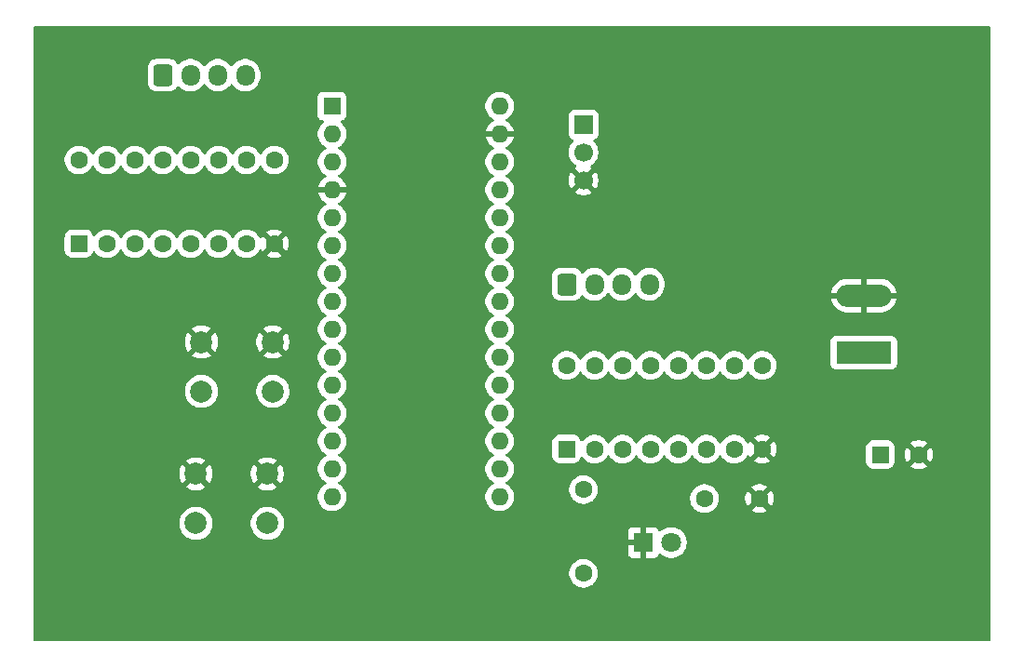
<source format=gbr>
%TF.GenerationSoftware,KiCad,Pcbnew,9.0.7*%
%TF.CreationDate,2026-01-19T18:35:35-08:00*%
%TF.ProjectId,polargraph plotter,706f6c61-7267-4726-9170-6820706c6f74,rev?*%
%TF.SameCoordinates,Original*%
%TF.FileFunction,Copper,L1,Top*%
%TF.FilePolarity,Positive*%
%FSLAX46Y46*%
G04 Gerber Fmt 4.6, Leading zero omitted, Abs format (unit mm)*
G04 Created by KiCad (PCBNEW 9.0.7) date 2026-01-19 18:35:35*
%MOMM*%
%LPD*%
G01*
G04 APERTURE LIST*
G04 Aperture macros list*
%AMRoundRect*
0 Rectangle with rounded corners*
0 $1 Rounding radius*
0 $2 $3 $4 $5 $6 $7 $8 $9 X,Y pos of 4 corners*
0 Add a 4 corners polygon primitive as box body*
4,1,4,$2,$3,$4,$5,$6,$7,$8,$9,$2,$3,0*
0 Add four circle primitives for the rounded corners*
1,1,$1+$1,$2,$3*
1,1,$1+$1,$4,$5*
1,1,$1+$1,$6,$7*
1,1,$1+$1,$8,$9*
0 Add four rect primitives between the rounded corners*
20,1,$1+$1,$2,$3,$4,$5,0*
20,1,$1+$1,$4,$5,$6,$7,0*
20,1,$1+$1,$6,$7,$8,$9,0*
20,1,$1+$1,$8,$9,$2,$3,0*%
G04 Aperture macros list end*
%TA.AperFunction,ComponentPad*%
%ADD10C,1.600000*%
%TD*%
%TA.AperFunction,ComponentPad*%
%ADD11R,5.020000X2.020000*%
%TD*%
%TA.AperFunction,ComponentPad*%
%ADD12O,5.020000X2.020000*%
%TD*%
%TA.AperFunction,ComponentPad*%
%ADD13C,2.000000*%
%TD*%
%TA.AperFunction,ComponentPad*%
%ADD14RoundRect,0.250000X-0.550000X-0.550000X0.550000X-0.550000X0.550000X0.550000X-0.550000X0.550000X0*%
%TD*%
%TA.AperFunction,ComponentPad*%
%ADD15RoundRect,0.250000X0.550000X-0.550000X0.550000X0.550000X-0.550000X0.550000X-0.550000X-0.550000X0*%
%TD*%
%TA.AperFunction,ComponentPad*%
%ADD16R,1.600000X1.600000*%
%TD*%
%TA.AperFunction,ComponentPad*%
%ADD17O,1.600000X1.600000*%
%TD*%
%TA.AperFunction,ComponentPad*%
%ADD18R,1.700000X1.700000*%
%TD*%
%TA.AperFunction,ComponentPad*%
%ADD19C,1.700000*%
%TD*%
%TA.AperFunction,ComponentPad*%
%ADD20RoundRect,0.250000X-0.600000X-0.725000X0.600000X-0.725000X0.600000X0.725000X-0.600000X0.725000X0*%
%TD*%
%TA.AperFunction,ComponentPad*%
%ADD21O,1.700000X1.950000*%
%TD*%
%TA.AperFunction,ComponentPad*%
%ADD22R,1.800000X1.800000*%
%TD*%
%TA.AperFunction,ComponentPad*%
%ADD23C,1.800000*%
%TD*%
G04 APERTURE END LIST*
D10*
%TO.P,R1,1*%
%TO.N,Net-(D1-A)*%
X124500000Y-98310000D03*
%TO.P,R1,2*%
%TO.N,Net-(A1-SCK)*%
X124500000Y-90690000D03*
%TD*%
D11*
%TO.P,J5,1*%
%TO.N,/+5v*%
X150000000Y-78210000D03*
D12*
%TO.P,J5,2*%
%TO.N,GND*%
X150000000Y-73030000D03*
%TD*%
D13*
%TO.P,SW1,1,1*%
%TO.N,GND*%
X89250000Y-89250000D03*
X95750000Y-89250000D03*
%TO.P,SW1,2,2*%
%TO.N,Net-(A1-D7)*%
X89250000Y-93750000D03*
X95750000Y-93750000D03*
%TD*%
D14*
%TO.P,C1,1*%
%TO.N,/+5v*%
X151500000Y-87500000D03*
D10*
%TO.P,C1,2*%
%TO.N,GND*%
X155000000Y-87500000D03*
%TD*%
%TO.P,C2,1*%
%TO.N,/+5v*%
X135500000Y-91500000D03*
%TO.P,C2,2*%
%TO.N,GND*%
X140500000Y-91500000D03*
%TD*%
D15*
%TO.P,U1,1,I1*%
%TO.N,/MOT_L_1*%
X78610000Y-68305000D03*
D10*
%TO.P,U1,2,I2*%
%TO.N,/MOT_L_2*%
X81150000Y-68305000D03*
%TO.P,U1,3,I3*%
%TO.N,/MOT_L_3*%
X83690000Y-68305000D03*
%TO.P,U1,4,I4*%
%TO.N,/MOT_L_4*%
X86230000Y-68305000D03*
%TO.P,U1,5,I5*%
%TO.N,unconnected-(U1-I5-Pad5)*%
X88770000Y-68305000D03*
%TO.P,U1,6,I6*%
%TO.N,unconnected-(U1-I6-Pad6)*%
X91310000Y-68305000D03*
%TO.P,U1,7,I7*%
%TO.N,unconnected-(U1-I7-Pad7)*%
X93850000Y-68305000D03*
%TO.P,U1,8,GND*%
%TO.N,GND*%
X96390000Y-68305000D03*
%TO.P,U1,9,COM*%
%TO.N,/+5v*%
X96390000Y-60685000D03*
%TO.P,U1,10,O7*%
%TO.N,unconnected-(U1-O7-Pad10)*%
X93850000Y-60685000D03*
%TO.P,U1,11,O6*%
%TO.N,unconnected-(U1-O6-Pad11)*%
X91310000Y-60685000D03*
%TO.P,U1,12,O5*%
%TO.N,unconnected-(U1-O5-Pad12)*%
X88770000Y-60685000D03*
%TO.P,U1,13,O4*%
%TO.N,Net-(J4-Pin_4)*%
X86230000Y-60685000D03*
%TO.P,U1,14,O3*%
%TO.N,Net-(J4-Pin_3)*%
X83690000Y-60685000D03*
%TO.P,U1,15,O2*%
%TO.N,Net-(J4-Pin_2)*%
X81150000Y-60685000D03*
%TO.P,U1,16,O1*%
%TO.N,Net-(J4-Pin_1)*%
X78610000Y-60685000D03*
%TD*%
D13*
%TO.P,SW2,1,1*%
%TO.N,GND*%
X89750000Y-77250000D03*
X96250000Y-77250000D03*
%TO.P,SW2,2,2*%
%TO.N,Net-(A1-D6)*%
X89750000Y-81750000D03*
X96250000Y-81750000D03*
%TD*%
D16*
%TO.P,A1,1,TX1*%
%TO.N,unconnected-(A1-TX1-Pad1)*%
X101640000Y-55790000D03*
D17*
%TO.P,A1,2,RX1*%
%TO.N,unconnected-(A1-RX1-Pad2)*%
X101640000Y-58330000D03*
%TO.P,A1,3,~{RESET}*%
%TO.N,unconnected-(A1-~{RESET}-Pad3)*%
X101640000Y-60870000D03*
%TO.P,A1,4,GND*%
%TO.N,GND*%
X101640000Y-63410000D03*
%TO.P,A1,5,D2*%
%TO.N,/MOT_L_1*%
X101640000Y-65950000D03*
%TO.P,A1,6,D3*%
%TO.N,/MOT_L_2*%
X101640000Y-68490000D03*
%TO.P,A1,7,D4*%
%TO.N,/MOT_L_3*%
X101640000Y-71030000D03*
%TO.P,A1,8,D5*%
%TO.N,/MOT_L_4*%
X101640000Y-73570000D03*
%TO.P,A1,9,D6*%
%TO.N,Net-(A1-D6)*%
X101640000Y-76110000D03*
%TO.P,A1,10,D7*%
%TO.N,Net-(A1-D7)*%
X101640000Y-78650000D03*
%TO.P,A1,11,D8*%
%TO.N,unconnected-(A1-D8-Pad11)*%
X101640000Y-81190000D03*
%TO.P,A1,12,D9*%
%TO.N,/SERVO_SIG*%
X101640000Y-83730000D03*
%TO.P,A1,13,D10*%
%TO.N,unconnected-(A1-D10-Pad13)*%
X101640000Y-86270000D03*
%TO.P,A1,14,MOSI*%
%TO.N,unconnected-(A1-MOSI-Pad14)*%
X101640000Y-88810000D03*
%TO.P,A1,15,MISO*%
%TO.N,unconnected-(A1-MISO-Pad15)*%
X101640000Y-91350000D03*
%TO.P,A1,16,SCK*%
%TO.N,Net-(A1-SCK)*%
X116880000Y-91350000D03*
%TO.P,A1,17,3V3*%
%TO.N,unconnected-(A1-3V3-Pad17)*%
X116880000Y-88810000D03*
%TO.P,A1,18,AREF*%
%TO.N,unconnected-(A1-AREF-Pad18)*%
X116880000Y-86270000D03*
%TO.P,A1,19,A0*%
%TO.N,/MOT_R_1*%
X116880000Y-83730000D03*
%TO.P,A1,20,A1*%
%TO.N,/MOT_R_2*%
X116880000Y-81190000D03*
%TO.P,A1,21,A2*%
%TO.N,/MOT_R_3*%
X116880000Y-78650000D03*
%TO.P,A1,22,A3*%
%TO.N,/MOT_R_4*%
X116880000Y-76110000D03*
%TO.P,A1,23,SDA/A4*%
%TO.N,unconnected-(A1-SDA{slash}A4-Pad23)*%
X116880000Y-73570000D03*
%TO.P,A1,24,SCL/A5*%
%TO.N,unconnected-(A1-SCL{slash}A5-Pad24)*%
X116880000Y-71030000D03*
%TO.P,A1,25,A6*%
%TO.N,unconnected-(A1-A6-Pad25)*%
X116880000Y-68490000D03*
%TO.P,A1,26,A7*%
%TO.N,unconnected-(A1-A7-Pad26)*%
X116880000Y-65950000D03*
%TO.P,A1,27,+5V*%
%TO.N,unconnected-(A1-+5V-Pad27)*%
X116880000Y-63410000D03*
%TO.P,A1,28,~{RESET}*%
%TO.N,unconnected-(A1-~{RESET}-Pad28)*%
X116880000Y-60870000D03*
%TO.P,A1,29,GND*%
%TO.N,GND*%
X116880000Y-58330000D03*
%TO.P,A1,30,VIN*%
%TO.N,/+5v*%
X116880000Y-55790000D03*
%TD*%
D15*
%TO.P,U2,1,I1*%
%TO.N,/MOT_R_1*%
X122960000Y-87000000D03*
D10*
%TO.P,U2,2,I2*%
%TO.N,/MOT_R_2*%
X125500000Y-87000000D03*
%TO.P,U2,3,I3*%
%TO.N,/MOT_R_3*%
X128040000Y-87000000D03*
%TO.P,U2,4,I4*%
%TO.N,/MOT_R_4*%
X130580000Y-87000000D03*
%TO.P,U2,5,I5*%
%TO.N,unconnected-(U2-I5-Pad5)*%
X133120000Y-87000000D03*
%TO.P,U2,6,I6*%
%TO.N,unconnected-(U2-I6-Pad6)*%
X135660000Y-87000000D03*
%TO.P,U2,7,I7*%
%TO.N,unconnected-(U2-I7-Pad7)*%
X138200000Y-87000000D03*
%TO.P,U2,8,GND*%
%TO.N,GND*%
X140740000Y-87000000D03*
%TO.P,U2,9,COM*%
%TO.N,/+5v*%
X140740000Y-79380000D03*
%TO.P,U2,10,O7*%
%TO.N,unconnected-(U2-O7-Pad10)*%
X138200000Y-79380000D03*
%TO.P,U2,11,O6*%
%TO.N,unconnected-(U2-O6-Pad11)*%
X135660000Y-79380000D03*
%TO.P,U2,12,O5*%
%TO.N,unconnected-(U2-O5-Pad12)*%
X133120000Y-79380000D03*
%TO.P,U2,13,O4*%
%TO.N,Net-(J1-Pin_4)*%
X130580000Y-79380000D03*
%TO.P,U2,14,O3*%
%TO.N,Net-(J1-Pin_3)*%
X128040000Y-79380000D03*
%TO.P,U2,15,O2*%
%TO.N,Net-(J1-Pin_2)*%
X125500000Y-79380000D03*
%TO.P,U2,16,O1*%
%TO.N,Net-(J1-Pin_1)*%
X122960000Y-79380000D03*
%TD*%
D18*
%TO.P,J3,1,Pin_1*%
%TO.N,/SERVO_SIG*%
X124500000Y-57460000D03*
D19*
%TO.P,J3,2,Pin_2*%
%TO.N,/+5v*%
X124500000Y-60000000D03*
%TO.P,J3,3,Pin_3*%
%TO.N,GND*%
X124500000Y-62540000D03*
%TD*%
D20*
%TO.P,J1,1,Pin_1*%
%TO.N,Net-(J1-Pin_1)*%
X123000000Y-72000000D03*
D21*
%TO.P,J1,2,Pin_2*%
%TO.N,Net-(J1-Pin_2)*%
X125500000Y-72000000D03*
%TO.P,J1,3,Pin_3*%
%TO.N,Net-(J1-Pin_3)*%
X128000000Y-72000000D03*
%TO.P,J1,4,Pin_4*%
%TO.N,Net-(J1-Pin_4)*%
X130500000Y-72000000D03*
%TD*%
D22*
%TO.P,D1,1,K*%
%TO.N,GND*%
X129960000Y-95500000D03*
D23*
%TO.P,D1,2,A*%
%TO.N,Net-(D1-A)*%
X132500000Y-95500000D03*
%TD*%
D20*
%TO.P,J4,1,Pin_1*%
%TO.N,Net-(J4-Pin_1)*%
X86250000Y-52975000D03*
D21*
%TO.P,J4,2,Pin_2*%
%TO.N,Net-(J4-Pin_2)*%
X88750000Y-52975000D03*
%TO.P,J4,3,Pin_3*%
%TO.N,Net-(J4-Pin_3)*%
X91250000Y-52975000D03*
%TO.P,J4,4,Pin_4*%
%TO.N,Net-(J4-Pin_4)*%
X93750000Y-52975000D03*
%TD*%
%TA.AperFunction,Conductor*%
%TO.N,GND*%
G36*
X161442539Y-48520185D02*
G01*
X161488294Y-48572989D01*
X161499500Y-48624500D01*
X161499500Y-104375500D01*
X161479815Y-104442539D01*
X161427011Y-104488294D01*
X161375500Y-104499500D01*
X74624500Y-104499500D01*
X74557461Y-104479815D01*
X74511706Y-104427011D01*
X74500500Y-104375500D01*
X74500500Y-98207648D01*
X123199500Y-98207648D01*
X123199500Y-98412351D01*
X123231522Y-98614534D01*
X123294781Y-98809223D01*
X123387715Y-98991613D01*
X123508028Y-99157213D01*
X123652786Y-99301971D01*
X123807749Y-99414556D01*
X123818390Y-99422287D01*
X123934607Y-99481503D01*
X124000776Y-99515218D01*
X124000778Y-99515218D01*
X124000781Y-99515220D01*
X124105137Y-99549127D01*
X124195465Y-99578477D01*
X124296557Y-99594488D01*
X124397648Y-99610500D01*
X124397649Y-99610500D01*
X124602351Y-99610500D01*
X124602352Y-99610500D01*
X124804534Y-99578477D01*
X124999219Y-99515220D01*
X125181610Y-99422287D01*
X125274590Y-99354732D01*
X125347213Y-99301971D01*
X125347215Y-99301968D01*
X125347219Y-99301966D01*
X125491966Y-99157219D01*
X125491968Y-99157215D01*
X125491971Y-99157213D01*
X125544732Y-99084590D01*
X125612287Y-98991610D01*
X125705220Y-98809219D01*
X125768477Y-98614534D01*
X125800500Y-98412352D01*
X125800500Y-98207648D01*
X125768477Y-98005466D01*
X125705220Y-97810781D01*
X125705218Y-97810778D01*
X125705218Y-97810776D01*
X125671503Y-97744607D01*
X125612287Y-97628390D01*
X125604556Y-97617749D01*
X125491971Y-97462786D01*
X125347213Y-97318028D01*
X125181613Y-97197715D01*
X125181612Y-97197714D01*
X125181610Y-97197713D01*
X125124653Y-97168691D01*
X124999223Y-97104781D01*
X124804534Y-97041522D01*
X124629995Y-97013878D01*
X124602352Y-97009500D01*
X124397648Y-97009500D01*
X124373329Y-97013351D01*
X124195465Y-97041522D01*
X124000776Y-97104781D01*
X123818386Y-97197715D01*
X123652786Y-97318028D01*
X123508028Y-97462786D01*
X123387715Y-97628386D01*
X123294781Y-97810776D01*
X123231522Y-98005465D01*
X123199500Y-98207648D01*
X74500500Y-98207648D01*
X74500500Y-93631902D01*
X87749500Y-93631902D01*
X87749500Y-93868097D01*
X87786446Y-94101368D01*
X87859433Y-94325996D01*
X87944301Y-94492557D01*
X87966657Y-94536433D01*
X88105483Y-94727510D01*
X88272490Y-94894517D01*
X88463567Y-95033343D01*
X88556446Y-95080667D01*
X88674003Y-95140566D01*
X88674005Y-95140566D01*
X88674008Y-95140568D01*
X88770890Y-95172047D01*
X88898631Y-95213553D01*
X89131903Y-95250500D01*
X89131908Y-95250500D01*
X89368097Y-95250500D01*
X89601368Y-95213553D01*
X89825992Y-95140568D01*
X90036433Y-95033343D01*
X90227510Y-94894517D01*
X90394517Y-94727510D01*
X90533343Y-94536433D01*
X90640568Y-94325992D01*
X90713553Y-94101368D01*
X90713849Y-94099500D01*
X90750500Y-93868097D01*
X90750500Y-93631902D01*
X94249500Y-93631902D01*
X94249500Y-93868097D01*
X94286446Y-94101368D01*
X94359433Y-94325996D01*
X94444301Y-94492557D01*
X94466657Y-94536433D01*
X94605483Y-94727510D01*
X94772490Y-94894517D01*
X94963567Y-95033343D01*
X95056446Y-95080667D01*
X95174003Y-95140566D01*
X95174005Y-95140566D01*
X95174008Y-95140568D01*
X95270890Y-95172047D01*
X95398631Y-95213553D01*
X95631903Y-95250500D01*
X95631908Y-95250500D01*
X95868097Y-95250500D01*
X96101368Y-95213553D01*
X96325992Y-95140568D01*
X96536433Y-95033343D01*
X96727510Y-94894517D01*
X96894517Y-94727510D01*
X97021920Y-94552155D01*
X128560000Y-94552155D01*
X128560000Y-95250000D01*
X129584722Y-95250000D01*
X129540667Y-95326306D01*
X129510000Y-95440756D01*
X129510000Y-95559244D01*
X129540667Y-95673694D01*
X129584722Y-95750000D01*
X128560000Y-95750000D01*
X128560000Y-96447844D01*
X128566401Y-96507372D01*
X128566403Y-96507379D01*
X128616645Y-96642086D01*
X128616649Y-96642093D01*
X128702809Y-96757187D01*
X128702812Y-96757190D01*
X128817906Y-96843350D01*
X128817913Y-96843354D01*
X128952620Y-96893596D01*
X128952627Y-96893598D01*
X129012155Y-96899999D01*
X129012172Y-96900000D01*
X129710000Y-96900000D01*
X129710000Y-95875277D01*
X129786306Y-95919333D01*
X129900756Y-95950000D01*
X130019244Y-95950000D01*
X130133694Y-95919333D01*
X130210000Y-95875277D01*
X130210000Y-96900000D01*
X130907828Y-96900000D01*
X130907844Y-96899999D01*
X130967372Y-96893598D01*
X130967379Y-96893596D01*
X131102086Y-96843354D01*
X131102093Y-96843350D01*
X131217187Y-96757190D01*
X131217190Y-96757187D01*
X131303350Y-96642093D01*
X131303354Y-96642086D01*
X131333213Y-96562031D01*
X131375084Y-96506097D01*
X131440548Y-96481680D01*
X131508821Y-96496531D01*
X131537076Y-96517683D01*
X131587636Y-96568243D01*
X131587641Y-96568247D01*
X131743192Y-96681260D01*
X131765978Y-96697815D01*
X131882501Y-96757187D01*
X131962393Y-96797895D01*
X131962396Y-96797896D01*
X132067221Y-96831955D01*
X132172049Y-96866015D01*
X132389778Y-96900500D01*
X132389779Y-96900500D01*
X132610221Y-96900500D01*
X132610222Y-96900500D01*
X132827951Y-96866015D01*
X133037606Y-96797895D01*
X133234022Y-96697815D01*
X133412365Y-96568242D01*
X133568242Y-96412365D01*
X133697815Y-96234022D01*
X133797895Y-96037606D01*
X133866015Y-95827951D01*
X133900500Y-95610222D01*
X133900500Y-95389778D01*
X133866015Y-95172049D01*
X133831955Y-95067221D01*
X133797896Y-94962396D01*
X133797895Y-94962393D01*
X133763237Y-94894375D01*
X133697815Y-94765978D01*
X133669867Y-94727510D01*
X133568247Y-94587641D01*
X133568243Y-94587636D01*
X133412363Y-94431756D01*
X133412358Y-94431752D01*
X133234025Y-94302187D01*
X133234024Y-94302186D01*
X133234022Y-94302185D01*
X133171096Y-94270122D01*
X133037606Y-94202104D01*
X133037603Y-94202103D01*
X132827952Y-94133985D01*
X132719086Y-94116742D01*
X132610222Y-94099500D01*
X132389778Y-94099500D01*
X132317201Y-94110995D01*
X132172047Y-94133985D01*
X131962396Y-94202103D01*
X131962393Y-94202104D01*
X131765974Y-94302187D01*
X131587641Y-94431752D01*
X131587636Y-94431756D01*
X131537075Y-94482317D01*
X131475752Y-94515801D01*
X131406060Y-94510816D01*
X131350127Y-94468945D01*
X131333213Y-94437968D01*
X131303354Y-94357913D01*
X131303350Y-94357906D01*
X131217190Y-94242812D01*
X131217187Y-94242809D01*
X131102093Y-94156649D01*
X131102086Y-94156645D01*
X130967379Y-94106403D01*
X130967372Y-94106401D01*
X130907844Y-94100000D01*
X130210000Y-94100000D01*
X130210000Y-95124722D01*
X130133694Y-95080667D01*
X130019244Y-95050000D01*
X129900756Y-95050000D01*
X129786306Y-95080667D01*
X129710000Y-95124722D01*
X129710000Y-94100000D01*
X129012155Y-94100000D01*
X128952627Y-94106401D01*
X128952620Y-94106403D01*
X128817913Y-94156645D01*
X128817906Y-94156649D01*
X128702812Y-94242809D01*
X128702809Y-94242812D01*
X128616649Y-94357906D01*
X128616645Y-94357913D01*
X128566403Y-94492620D01*
X128566401Y-94492627D01*
X128560000Y-94552155D01*
X97021920Y-94552155D01*
X97033343Y-94536433D01*
X97140568Y-94325992D01*
X97213553Y-94101368D01*
X97213849Y-94099500D01*
X97250500Y-93868097D01*
X97250500Y-93631902D01*
X97213553Y-93398631D01*
X97140566Y-93174003D01*
X97033342Y-92963566D01*
X96894517Y-92772490D01*
X96727510Y-92605483D01*
X96536433Y-92466657D01*
X96527851Y-92462284D01*
X96325996Y-92359433D01*
X96101368Y-92286446D01*
X95868097Y-92249500D01*
X95868092Y-92249500D01*
X95631908Y-92249500D01*
X95631903Y-92249500D01*
X95398631Y-92286446D01*
X95174003Y-92359433D01*
X94963566Y-92466657D01*
X94928725Y-92491971D01*
X94772490Y-92605483D01*
X94772488Y-92605485D01*
X94772487Y-92605485D01*
X94605485Y-92772487D01*
X94605485Y-92772488D01*
X94605483Y-92772490D01*
X94545862Y-92854550D01*
X94466657Y-92963566D01*
X94359433Y-93174003D01*
X94286446Y-93398631D01*
X94249500Y-93631902D01*
X90750500Y-93631902D01*
X90713553Y-93398631D01*
X90640566Y-93174003D01*
X90533342Y-92963566D01*
X90394517Y-92772490D01*
X90227510Y-92605483D01*
X90036433Y-92466657D01*
X90027851Y-92462284D01*
X89825996Y-92359433D01*
X89601368Y-92286446D01*
X89368097Y-92249500D01*
X89368092Y-92249500D01*
X89131908Y-92249500D01*
X89131903Y-92249500D01*
X88898631Y-92286446D01*
X88674003Y-92359433D01*
X88463566Y-92466657D01*
X88428725Y-92491971D01*
X88272490Y-92605483D01*
X88272488Y-92605485D01*
X88272487Y-92605485D01*
X88105485Y-92772487D01*
X88105485Y-92772488D01*
X88105483Y-92772490D01*
X88045862Y-92854550D01*
X87966657Y-92963566D01*
X87859433Y-93174003D01*
X87786446Y-93398631D01*
X87749500Y-93631902D01*
X74500500Y-93631902D01*
X74500500Y-89131947D01*
X87750000Y-89131947D01*
X87750000Y-89368052D01*
X87786934Y-89601247D01*
X87859897Y-89825802D01*
X87967087Y-90036174D01*
X88027338Y-90119104D01*
X88027340Y-90119105D01*
X88726212Y-89420233D01*
X88737482Y-89462292D01*
X88809890Y-89587708D01*
X88912292Y-89690110D01*
X89037708Y-89762518D01*
X89079765Y-89773787D01*
X88380893Y-90472658D01*
X88463828Y-90532914D01*
X88674197Y-90640102D01*
X88898752Y-90713065D01*
X88898751Y-90713065D01*
X89131948Y-90750000D01*
X89368052Y-90750000D01*
X89601247Y-90713065D01*
X89825802Y-90640102D01*
X90036163Y-90532918D01*
X90036169Y-90532914D01*
X90119104Y-90472658D01*
X90119105Y-90472658D01*
X89420233Y-89773787D01*
X89462292Y-89762518D01*
X89587708Y-89690110D01*
X89690110Y-89587708D01*
X89762518Y-89462292D01*
X89773787Y-89420234D01*
X90472658Y-90119105D01*
X90472658Y-90119104D01*
X90532914Y-90036169D01*
X90532918Y-90036163D01*
X90640102Y-89825802D01*
X90713065Y-89601247D01*
X90750000Y-89368052D01*
X90750000Y-89131947D01*
X94250000Y-89131947D01*
X94250000Y-89368052D01*
X94286934Y-89601247D01*
X94359897Y-89825802D01*
X94467087Y-90036174D01*
X94527338Y-90119104D01*
X94527340Y-90119105D01*
X95226212Y-89420233D01*
X95237482Y-89462292D01*
X95309890Y-89587708D01*
X95412292Y-89690110D01*
X95537708Y-89762518D01*
X95579765Y-89773787D01*
X94880893Y-90472658D01*
X94963828Y-90532914D01*
X95174197Y-90640102D01*
X95398752Y-90713065D01*
X95398751Y-90713065D01*
X95631948Y-90750000D01*
X95868052Y-90750000D01*
X96101247Y-90713065D01*
X96325802Y-90640102D01*
X96536163Y-90532918D01*
X96536169Y-90532914D01*
X96619104Y-90472658D01*
X96619105Y-90472658D01*
X95920233Y-89773787D01*
X95962292Y-89762518D01*
X96087708Y-89690110D01*
X96190110Y-89587708D01*
X96262518Y-89462292D01*
X96273787Y-89420234D01*
X96972658Y-90119105D01*
X96972658Y-90119104D01*
X97032914Y-90036169D01*
X97032918Y-90036163D01*
X97140102Y-89825802D01*
X97213065Y-89601247D01*
X97250000Y-89368052D01*
X97250000Y-89131947D01*
X97213065Y-88898752D01*
X97140102Y-88674197D01*
X97032914Y-88463828D01*
X96972658Y-88380894D01*
X96972658Y-88380893D01*
X96273787Y-89079765D01*
X96262518Y-89037708D01*
X96190110Y-88912292D01*
X96087708Y-88809890D01*
X95962292Y-88737482D01*
X95920234Y-88726212D01*
X96619105Y-88027340D01*
X96619104Y-88027338D01*
X96536174Y-87967087D01*
X96325802Y-87859897D01*
X96101247Y-87786934D01*
X96101248Y-87786934D01*
X95868052Y-87750000D01*
X95631948Y-87750000D01*
X95398752Y-87786934D01*
X95174197Y-87859897D01*
X94963830Y-87967084D01*
X94880894Y-88027340D01*
X95579766Y-88726212D01*
X95537708Y-88737482D01*
X95412292Y-88809890D01*
X95309890Y-88912292D01*
X95237482Y-89037708D01*
X95226212Y-89079766D01*
X94527340Y-88380894D01*
X94467084Y-88463830D01*
X94359897Y-88674197D01*
X94286934Y-88898752D01*
X94250000Y-89131947D01*
X90750000Y-89131947D01*
X90713065Y-88898752D01*
X90640102Y-88674197D01*
X90532914Y-88463828D01*
X90472658Y-88380894D01*
X90472658Y-88380893D01*
X89773787Y-89079765D01*
X89762518Y-89037708D01*
X89690110Y-88912292D01*
X89587708Y-88809890D01*
X89462292Y-88737482D01*
X89420234Y-88726212D01*
X90119105Y-88027340D01*
X90119104Y-88027339D01*
X90036174Y-87967087D01*
X89825802Y-87859897D01*
X89601247Y-87786934D01*
X89601248Y-87786934D01*
X89368052Y-87750000D01*
X89131948Y-87750000D01*
X88898752Y-87786934D01*
X88674197Y-87859897D01*
X88463830Y-87967084D01*
X88380894Y-88027340D01*
X89079766Y-88726212D01*
X89037708Y-88737482D01*
X88912292Y-88809890D01*
X88809890Y-88912292D01*
X88737482Y-89037708D01*
X88726212Y-89079766D01*
X88027340Y-88380894D01*
X87967084Y-88463830D01*
X87859897Y-88674197D01*
X87786934Y-88898752D01*
X87750000Y-89131947D01*
X74500500Y-89131947D01*
X74500500Y-81631902D01*
X88249500Y-81631902D01*
X88249500Y-81868097D01*
X88286446Y-82101368D01*
X88359433Y-82325996D01*
X88464116Y-82531446D01*
X88466657Y-82536433D01*
X88605483Y-82727510D01*
X88772490Y-82894517D01*
X88963567Y-83033343D01*
X89062991Y-83084002D01*
X89174003Y-83140566D01*
X89174005Y-83140566D01*
X89174008Y-83140568D01*
X89294412Y-83179689D01*
X89398631Y-83213553D01*
X89631903Y-83250500D01*
X89631908Y-83250500D01*
X89868097Y-83250500D01*
X90101368Y-83213553D01*
X90325992Y-83140568D01*
X90536433Y-83033343D01*
X90727510Y-82894517D01*
X90894517Y-82727510D01*
X91033343Y-82536433D01*
X91140568Y-82325992D01*
X91213553Y-82101368D01*
X91223714Y-82037213D01*
X91250500Y-81868097D01*
X91250500Y-81631902D01*
X94749500Y-81631902D01*
X94749500Y-81868097D01*
X94786446Y-82101368D01*
X94859433Y-82325996D01*
X94964116Y-82531446D01*
X94966657Y-82536433D01*
X95105483Y-82727510D01*
X95272490Y-82894517D01*
X95463567Y-83033343D01*
X95562991Y-83084002D01*
X95674003Y-83140566D01*
X95674005Y-83140566D01*
X95674008Y-83140568D01*
X95794412Y-83179689D01*
X95898631Y-83213553D01*
X96131903Y-83250500D01*
X96131908Y-83250500D01*
X96368097Y-83250500D01*
X96601368Y-83213553D01*
X96825992Y-83140568D01*
X97036433Y-83033343D01*
X97227510Y-82894517D01*
X97394517Y-82727510D01*
X97533343Y-82536433D01*
X97640568Y-82325992D01*
X97713553Y-82101368D01*
X97723714Y-82037213D01*
X97750500Y-81868097D01*
X97750500Y-81631902D01*
X97713553Y-81398631D01*
X97640566Y-81174003D01*
X97533342Y-80963566D01*
X97394517Y-80772490D01*
X97227510Y-80605483D01*
X97036433Y-80466657D01*
X96825996Y-80359433D01*
X96601368Y-80286446D01*
X96368097Y-80249500D01*
X96368092Y-80249500D01*
X96131908Y-80249500D01*
X96131903Y-80249500D01*
X95898631Y-80286446D01*
X95674003Y-80359433D01*
X95463566Y-80466657D01*
X95354550Y-80545862D01*
X95272490Y-80605483D01*
X95272488Y-80605485D01*
X95272487Y-80605485D01*
X95105485Y-80772487D01*
X95105485Y-80772488D01*
X95105483Y-80772490D01*
X95045862Y-80854550D01*
X94966657Y-80963566D01*
X94859433Y-81174003D01*
X94786446Y-81398631D01*
X94749500Y-81631902D01*
X91250500Y-81631902D01*
X91213553Y-81398631D01*
X91140566Y-81174003D01*
X91033342Y-80963566D01*
X90894517Y-80772490D01*
X90727510Y-80605483D01*
X90536433Y-80466657D01*
X90325996Y-80359433D01*
X90101368Y-80286446D01*
X89868097Y-80249500D01*
X89868092Y-80249500D01*
X89631908Y-80249500D01*
X89631903Y-80249500D01*
X89398631Y-80286446D01*
X89174003Y-80359433D01*
X88963566Y-80466657D01*
X88854550Y-80545862D01*
X88772490Y-80605483D01*
X88772488Y-80605485D01*
X88772487Y-80605485D01*
X88605485Y-80772487D01*
X88605485Y-80772488D01*
X88605483Y-80772490D01*
X88545862Y-80854550D01*
X88466657Y-80963566D01*
X88359433Y-81174003D01*
X88286446Y-81398631D01*
X88249500Y-81631902D01*
X74500500Y-81631902D01*
X74500500Y-77131947D01*
X88250000Y-77131947D01*
X88250000Y-77368052D01*
X88286934Y-77601247D01*
X88359897Y-77825802D01*
X88467087Y-78036174D01*
X88527338Y-78119104D01*
X88527340Y-78119105D01*
X89226212Y-77420233D01*
X89237482Y-77462292D01*
X89309890Y-77587708D01*
X89412292Y-77690110D01*
X89537708Y-77762518D01*
X89579765Y-77773787D01*
X88880893Y-78472658D01*
X88963828Y-78532914D01*
X89174197Y-78640102D01*
X89398752Y-78713065D01*
X89398751Y-78713065D01*
X89631948Y-78750000D01*
X89868052Y-78750000D01*
X90101247Y-78713065D01*
X90325802Y-78640102D01*
X90536163Y-78532918D01*
X90536169Y-78532914D01*
X90619104Y-78472658D01*
X90619105Y-78472658D01*
X89920233Y-77773787D01*
X89962292Y-77762518D01*
X90087708Y-77690110D01*
X90190110Y-77587708D01*
X90262518Y-77462292D01*
X90273787Y-77420234D01*
X90972658Y-78119105D01*
X90972658Y-78119104D01*
X91032914Y-78036169D01*
X91032918Y-78036163D01*
X91140102Y-77825802D01*
X91213065Y-77601247D01*
X91250000Y-77368052D01*
X91250000Y-77131947D01*
X94750000Y-77131947D01*
X94750000Y-77368052D01*
X94786934Y-77601247D01*
X94859897Y-77825802D01*
X94967087Y-78036174D01*
X95027338Y-78119104D01*
X95027340Y-78119105D01*
X95726212Y-77420233D01*
X95737482Y-77462292D01*
X95809890Y-77587708D01*
X95912292Y-77690110D01*
X96037708Y-77762518D01*
X96079765Y-77773787D01*
X95380893Y-78472658D01*
X95463828Y-78532914D01*
X95674197Y-78640102D01*
X95898752Y-78713065D01*
X95898751Y-78713065D01*
X96131948Y-78750000D01*
X96368052Y-78750000D01*
X96601247Y-78713065D01*
X96825802Y-78640102D01*
X97036163Y-78532918D01*
X97036169Y-78532914D01*
X97119104Y-78472658D01*
X97119105Y-78472658D01*
X96420233Y-77773787D01*
X96462292Y-77762518D01*
X96587708Y-77690110D01*
X96690110Y-77587708D01*
X96762518Y-77462292D01*
X96773787Y-77420234D01*
X97472658Y-78119105D01*
X97472658Y-78119104D01*
X97532914Y-78036169D01*
X97532918Y-78036163D01*
X97640102Y-77825802D01*
X97713065Y-77601247D01*
X97750000Y-77368052D01*
X97750000Y-77131947D01*
X97713065Y-76898752D01*
X97640102Y-76674197D01*
X97532914Y-76463828D01*
X97472658Y-76380894D01*
X97472658Y-76380893D01*
X96773787Y-77079765D01*
X96762518Y-77037708D01*
X96690110Y-76912292D01*
X96587708Y-76809890D01*
X96462292Y-76737482D01*
X96420234Y-76726212D01*
X97119105Y-76027340D01*
X97119104Y-76027338D01*
X97036174Y-75967087D01*
X96825802Y-75859897D01*
X96601247Y-75786934D01*
X96601248Y-75786934D01*
X96368052Y-75750000D01*
X96131948Y-75750000D01*
X95898752Y-75786934D01*
X95674197Y-75859897D01*
X95463830Y-75967084D01*
X95380894Y-76027340D01*
X96079766Y-76726212D01*
X96037708Y-76737482D01*
X95912292Y-76809890D01*
X95809890Y-76912292D01*
X95737482Y-77037708D01*
X95726212Y-77079766D01*
X95027340Y-76380894D01*
X94967084Y-76463830D01*
X94859897Y-76674197D01*
X94786934Y-76898752D01*
X94750000Y-77131947D01*
X91250000Y-77131947D01*
X91213065Y-76898752D01*
X91140102Y-76674197D01*
X91032914Y-76463828D01*
X90972658Y-76380894D01*
X90972658Y-76380893D01*
X90273787Y-77079765D01*
X90262518Y-77037708D01*
X90190110Y-76912292D01*
X90087708Y-76809890D01*
X89962292Y-76737482D01*
X89920234Y-76726212D01*
X90619105Y-76027340D01*
X90619104Y-76027339D01*
X90536174Y-75967087D01*
X90325802Y-75859897D01*
X90101247Y-75786934D01*
X90101248Y-75786934D01*
X89868052Y-75750000D01*
X89631948Y-75750000D01*
X89398752Y-75786934D01*
X89174197Y-75859897D01*
X88963830Y-75967084D01*
X88880894Y-76027340D01*
X89579766Y-76726212D01*
X89537708Y-76737482D01*
X89412292Y-76809890D01*
X89309890Y-76912292D01*
X89237482Y-77037708D01*
X89226212Y-77079766D01*
X88527340Y-76380894D01*
X88467084Y-76463830D01*
X88359897Y-76674197D01*
X88286934Y-76898752D01*
X88250000Y-77131947D01*
X74500500Y-77131947D01*
X74500500Y-67704983D01*
X77309500Y-67704983D01*
X77309500Y-68905001D01*
X77309501Y-68905018D01*
X77320000Y-69007796D01*
X77320001Y-69007799D01*
X77336818Y-69058548D01*
X77375186Y-69174334D01*
X77467288Y-69323656D01*
X77591344Y-69447712D01*
X77740666Y-69539814D01*
X77907203Y-69594999D01*
X78009991Y-69605500D01*
X79210008Y-69605499D01*
X79312797Y-69594999D01*
X79479334Y-69539814D01*
X79628656Y-69447712D01*
X79752712Y-69323656D01*
X79844814Y-69174334D01*
X79871955Y-69092427D01*
X79911726Y-69034984D01*
X79976242Y-69008161D01*
X80045018Y-69020476D01*
X80089977Y-69058547D01*
X80158030Y-69152213D01*
X80158034Y-69152219D01*
X80302786Y-69296971D01*
X80423226Y-69384474D01*
X80468390Y-69417287D01*
X80584607Y-69476503D01*
X80650776Y-69510218D01*
X80650778Y-69510218D01*
X80650781Y-69510220D01*
X80741856Y-69539812D01*
X80845465Y-69573477D01*
X80946557Y-69589488D01*
X81047648Y-69605500D01*
X81047649Y-69605500D01*
X81252351Y-69605500D01*
X81252352Y-69605500D01*
X81454534Y-69573477D01*
X81649219Y-69510220D01*
X81831610Y-69417287D01*
X81941821Y-69337215D01*
X81997213Y-69296971D01*
X81997215Y-69296968D01*
X81997219Y-69296966D01*
X82141966Y-69152219D01*
X82141968Y-69152215D01*
X82141971Y-69152213D01*
X82246913Y-69007770D01*
X82262287Y-68986610D01*
X82309516Y-68893917D01*
X82357489Y-68843123D01*
X82425310Y-68826328D01*
X82491445Y-68848865D01*
X82530483Y-68893917D01*
X82536140Y-68905018D01*
X82577715Y-68986614D01*
X82698028Y-69152213D01*
X82842786Y-69296971D01*
X82963226Y-69384474D01*
X83008390Y-69417287D01*
X83124607Y-69476503D01*
X83190776Y-69510218D01*
X83190778Y-69510218D01*
X83190781Y-69510220D01*
X83281856Y-69539812D01*
X83385465Y-69573477D01*
X83486557Y-69589488D01*
X83587648Y-69605500D01*
X83587649Y-69605500D01*
X83792351Y-69605500D01*
X83792352Y-69605500D01*
X83994534Y-69573477D01*
X84189219Y-69510220D01*
X84371610Y-69417287D01*
X84481821Y-69337215D01*
X84537213Y-69296971D01*
X84537215Y-69296968D01*
X84537219Y-69296966D01*
X84681966Y-69152219D01*
X84681968Y-69152215D01*
X84681971Y-69152213D01*
X84786913Y-69007770D01*
X84802287Y-68986610D01*
X84849516Y-68893917D01*
X84897489Y-68843123D01*
X84965310Y-68826328D01*
X85031445Y-68848865D01*
X85070483Y-68893917D01*
X85076140Y-68905018D01*
X85117715Y-68986614D01*
X85238028Y-69152213D01*
X85382786Y-69296971D01*
X85503226Y-69384474D01*
X85548390Y-69417287D01*
X85664607Y-69476503D01*
X85730776Y-69510218D01*
X85730778Y-69510218D01*
X85730781Y-69510220D01*
X85821856Y-69539812D01*
X85925465Y-69573477D01*
X86026557Y-69589488D01*
X86127648Y-69605500D01*
X86127649Y-69605500D01*
X86332351Y-69605500D01*
X86332352Y-69605500D01*
X86534534Y-69573477D01*
X86729219Y-69510220D01*
X86911610Y-69417287D01*
X87021821Y-69337215D01*
X87077213Y-69296971D01*
X87077215Y-69296968D01*
X87077219Y-69296966D01*
X87221966Y-69152219D01*
X87221968Y-69152215D01*
X87221971Y-69152213D01*
X87326913Y-69007770D01*
X87342287Y-68986610D01*
X87389516Y-68893917D01*
X87437489Y-68843123D01*
X87505310Y-68826328D01*
X87571445Y-68848865D01*
X87610483Y-68893917D01*
X87616140Y-68905018D01*
X87657715Y-68986614D01*
X87778028Y-69152213D01*
X87922786Y-69296971D01*
X88043226Y-69384474D01*
X88088390Y-69417287D01*
X88204607Y-69476503D01*
X88270776Y-69510218D01*
X88270778Y-69510218D01*
X88270781Y-69510220D01*
X88361856Y-69539812D01*
X88465465Y-69573477D01*
X88566557Y-69589488D01*
X88667648Y-69605500D01*
X88667649Y-69605500D01*
X88872351Y-69605500D01*
X88872352Y-69605500D01*
X89074534Y-69573477D01*
X89269219Y-69510220D01*
X89451610Y-69417287D01*
X89561821Y-69337215D01*
X89617213Y-69296971D01*
X89617215Y-69296968D01*
X89617219Y-69296966D01*
X89761966Y-69152219D01*
X89761968Y-69152215D01*
X89761971Y-69152213D01*
X89866913Y-69007770D01*
X89882287Y-68986610D01*
X89929516Y-68893917D01*
X89977489Y-68843123D01*
X90045310Y-68826328D01*
X90111445Y-68848865D01*
X90150483Y-68893917D01*
X90156140Y-68905018D01*
X90197715Y-68986614D01*
X90318028Y-69152213D01*
X90462786Y-69296971D01*
X90583226Y-69384474D01*
X90628390Y-69417287D01*
X90744607Y-69476503D01*
X90810776Y-69510218D01*
X90810778Y-69510218D01*
X90810781Y-69510220D01*
X90901856Y-69539812D01*
X91005465Y-69573477D01*
X91106557Y-69589488D01*
X91207648Y-69605500D01*
X91207649Y-69605500D01*
X91412351Y-69605500D01*
X91412352Y-69605500D01*
X91614534Y-69573477D01*
X91809219Y-69510220D01*
X91991610Y-69417287D01*
X92101821Y-69337215D01*
X92157213Y-69296971D01*
X92157215Y-69296968D01*
X92157219Y-69296966D01*
X92301966Y-69152219D01*
X92301968Y-69152215D01*
X92301971Y-69152213D01*
X92406913Y-69007770D01*
X92422287Y-68986610D01*
X92469516Y-68893917D01*
X92517489Y-68843123D01*
X92585310Y-68826328D01*
X92651445Y-68848865D01*
X92690483Y-68893917D01*
X92696140Y-68905018D01*
X92737715Y-68986614D01*
X92858028Y-69152213D01*
X93002786Y-69296971D01*
X93123226Y-69384474D01*
X93168390Y-69417287D01*
X93284607Y-69476503D01*
X93350776Y-69510218D01*
X93350778Y-69510218D01*
X93350781Y-69510220D01*
X93441856Y-69539812D01*
X93545465Y-69573477D01*
X93646557Y-69589488D01*
X93747648Y-69605500D01*
X93747649Y-69605500D01*
X93952351Y-69605500D01*
X93952352Y-69605500D01*
X94154534Y-69573477D01*
X94349219Y-69510220D01*
X94531610Y-69417287D01*
X94641821Y-69337215D01*
X94697213Y-69296971D01*
X94697215Y-69296968D01*
X94697219Y-69296966D01*
X94841966Y-69152219D01*
X94841968Y-69152215D01*
X94841971Y-69152213D01*
X94946894Y-69007797D01*
X94962287Y-68986610D01*
X95009795Y-68893369D01*
X95057769Y-68842573D01*
X95125590Y-68825778D01*
X95191725Y-68848315D01*
X95230765Y-68893369D01*
X95278141Y-68986350D01*
X95278147Y-68986359D01*
X95310523Y-69030921D01*
X95310524Y-69030922D01*
X95990000Y-68351446D01*
X95990000Y-68357661D01*
X96017259Y-68459394D01*
X96069920Y-68550606D01*
X96144394Y-68625080D01*
X96235606Y-68677741D01*
X96337339Y-68705000D01*
X96343553Y-68705000D01*
X95664076Y-69384474D01*
X95708650Y-69416859D01*
X95890968Y-69509755D01*
X96085582Y-69572990D01*
X96287683Y-69605000D01*
X96492317Y-69605000D01*
X96694417Y-69572990D01*
X96889031Y-69509755D01*
X97071349Y-69416859D01*
X97115921Y-69384474D01*
X96436447Y-68705000D01*
X96442661Y-68705000D01*
X96544394Y-68677741D01*
X96635606Y-68625080D01*
X96710080Y-68550606D01*
X96762741Y-68459394D01*
X96790000Y-68357661D01*
X96790000Y-68351447D01*
X97469474Y-69030921D01*
X97501859Y-68986349D01*
X97594755Y-68804031D01*
X97657990Y-68609417D01*
X97690000Y-68407317D01*
X97690000Y-68202682D01*
X97657990Y-68000582D01*
X97594755Y-67805968D01*
X97501859Y-67623650D01*
X97469474Y-67579077D01*
X97469474Y-67579076D01*
X96790000Y-68258551D01*
X96790000Y-68252339D01*
X96762741Y-68150606D01*
X96710080Y-68059394D01*
X96635606Y-67984920D01*
X96544394Y-67932259D01*
X96442661Y-67905000D01*
X96436446Y-67905000D01*
X97115922Y-67225524D01*
X97115921Y-67225523D01*
X97071359Y-67193147D01*
X97071350Y-67193141D01*
X96889031Y-67100244D01*
X96694417Y-67037009D01*
X96492317Y-67005000D01*
X96287683Y-67005000D01*
X96085582Y-67037009D01*
X95890968Y-67100244D01*
X95708644Y-67193143D01*
X95664077Y-67225523D01*
X95664077Y-67225524D01*
X96343554Y-67905000D01*
X96337339Y-67905000D01*
X96235606Y-67932259D01*
X96144394Y-67984920D01*
X96069920Y-68059394D01*
X96017259Y-68150606D01*
X95990000Y-68252339D01*
X95990000Y-68258553D01*
X95310524Y-67579077D01*
X95310523Y-67579077D01*
X95278143Y-67623644D01*
X95230765Y-67716630D01*
X95182790Y-67767426D01*
X95114969Y-67784221D01*
X95048834Y-67761683D01*
X95009795Y-67716630D01*
X95003861Y-67704983D01*
X94962287Y-67623390D01*
X94962285Y-67623387D01*
X94962284Y-67623385D01*
X94841971Y-67457786D01*
X94697213Y-67313028D01*
X94531613Y-67192715D01*
X94531612Y-67192714D01*
X94531610Y-67192713D01*
X94458026Y-67155220D01*
X94349223Y-67099781D01*
X94154534Y-67036522D01*
X93979995Y-67008878D01*
X93952352Y-67004500D01*
X93747648Y-67004500D01*
X93723329Y-67008351D01*
X93545465Y-67036522D01*
X93350776Y-67099781D01*
X93168386Y-67192715D01*
X93002786Y-67313028D01*
X92858028Y-67457786D01*
X92737715Y-67623386D01*
X92690485Y-67716080D01*
X92642510Y-67766876D01*
X92574689Y-67783671D01*
X92508554Y-67761134D01*
X92469515Y-67716080D01*
X92463861Y-67704983D01*
X92422287Y-67623390D01*
X92390092Y-67579077D01*
X92301971Y-67457786D01*
X92157213Y-67313028D01*
X91991613Y-67192715D01*
X91991612Y-67192714D01*
X91991610Y-67192713D01*
X91918026Y-67155220D01*
X91809223Y-67099781D01*
X91614534Y-67036522D01*
X91439995Y-67008878D01*
X91412352Y-67004500D01*
X91207648Y-67004500D01*
X91183329Y-67008351D01*
X91005465Y-67036522D01*
X90810776Y-67099781D01*
X90628386Y-67192715D01*
X90462786Y-67313028D01*
X90318028Y-67457786D01*
X90197715Y-67623386D01*
X90150485Y-67716080D01*
X90102510Y-67766876D01*
X90034689Y-67783671D01*
X89968554Y-67761134D01*
X89929515Y-67716080D01*
X89923861Y-67704983D01*
X89882287Y-67623390D01*
X89850092Y-67579077D01*
X89761971Y-67457786D01*
X89617213Y-67313028D01*
X89451613Y-67192715D01*
X89451612Y-67192714D01*
X89451610Y-67192713D01*
X89378026Y-67155220D01*
X89269223Y-67099781D01*
X89074534Y-67036522D01*
X88899995Y-67008878D01*
X88872352Y-67004500D01*
X88667648Y-67004500D01*
X88643329Y-67008351D01*
X88465465Y-67036522D01*
X88270776Y-67099781D01*
X88088386Y-67192715D01*
X87922786Y-67313028D01*
X87778028Y-67457786D01*
X87657715Y-67623386D01*
X87610485Y-67716080D01*
X87562510Y-67766876D01*
X87494689Y-67783671D01*
X87428554Y-67761134D01*
X87389515Y-67716080D01*
X87383861Y-67704983D01*
X87342287Y-67623390D01*
X87310092Y-67579077D01*
X87221971Y-67457786D01*
X87077213Y-67313028D01*
X86911613Y-67192715D01*
X86911612Y-67192714D01*
X86911610Y-67192713D01*
X86838026Y-67155220D01*
X86729223Y-67099781D01*
X86534534Y-67036522D01*
X86359995Y-67008878D01*
X86332352Y-67004500D01*
X86127648Y-67004500D01*
X86103329Y-67008351D01*
X85925465Y-67036522D01*
X85730776Y-67099781D01*
X85548386Y-67192715D01*
X85382786Y-67313028D01*
X85238028Y-67457786D01*
X85117715Y-67623386D01*
X85070485Y-67716080D01*
X85022510Y-67766876D01*
X84954689Y-67783671D01*
X84888554Y-67761134D01*
X84849515Y-67716080D01*
X84843861Y-67704983D01*
X84802287Y-67623390D01*
X84770092Y-67579077D01*
X84681971Y-67457786D01*
X84537213Y-67313028D01*
X84371613Y-67192715D01*
X84371612Y-67192714D01*
X84371610Y-67192713D01*
X84298026Y-67155220D01*
X84189223Y-67099781D01*
X83994534Y-67036522D01*
X83819995Y-67008878D01*
X83792352Y-67004500D01*
X83587648Y-67004500D01*
X83563329Y-67008351D01*
X83385465Y-67036522D01*
X83190776Y-67099781D01*
X83008386Y-67192715D01*
X82842786Y-67313028D01*
X82698028Y-67457786D01*
X82577715Y-67623386D01*
X82530485Y-67716080D01*
X82482510Y-67766876D01*
X82414689Y-67783671D01*
X82348554Y-67761134D01*
X82309515Y-67716080D01*
X82303861Y-67704983D01*
X82262287Y-67623390D01*
X82230092Y-67579077D01*
X82141971Y-67457786D01*
X81997213Y-67313028D01*
X81831613Y-67192715D01*
X81831612Y-67192714D01*
X81831610Y-67192713D01*
X81758026Y-67155220D01*
X81649223Y-67099781D01*
X81454534Y-67036522D01*
X81279995Y-67008878D01*
X81252352Y-67004500D01*
X81047648Y-67004500D01*
X81023329Y-67008351D01*
X80845465Y-67036522D01*
X80650776Y-67099781D01*
X80468386Y-67192715D01*
X80302786Y-67313028D01*
X80158032Y-67457782D01*
X80158028Y-67457787D01*
X80089978Y-67551451D01*
X80034648Y-67594117D01*
X79965035Y-67600096D01*
X79903240Y-67567490D01*
X79871954Y-67517570D01*
X79844814Y-67435666D01*
X79752712Y-67286344D01*
X79628656Y-67162288D01*
X79479334Y-67070186D01*
X79312797Y-67015001D01*
X79312795Y-67015000D01*
X79210010Y-67004500D01*
X78009998Y-67004500D01*
X78009981Y-67004501D01*
X77907203Y-67015000D01*
X77907200Y-67015001D01*
X77740668Y-67070185D01*
X77740663Y-67070187D01*
X77591342Y-67162289D01*
X77467289Y-67286342D01*
X77375187Y-67435663D01*
X77375186Y-67435666D01*
X77320001Y-67602203D01*
X77320001Y-67602204D01*
X77320000Y-67602204D01*
X77309500Y-67704983D01*
X74500500Y-67704983D01*
X74500500Y-60582648D01*
X77309500Y-60582648D01*
X77309500Y-60787351D01*
X77341522Y-60989534D01*
X77404781Y-61184223D01*
X77497715Y-61366613D01*
X77618028Y-61532213D01*
X77762786Y-61676971D01*
X77917749Y-61789556D01*
X77928390Y-61797287D01*
X78044607Y-61856503D01*
X78110776Y-61890218D01*
X78110778Y-61890218D01*
X78110781Y-61890220D01*
X78215137Y-61924127D01*
X78305465Y-61953477D01*
X78406557Y-61969488D01*
X78507648Y-61985500D01*
X78507649Y-61985500D01*
X78712351Y-61985500D01*
X78712352Y-61985500D01*
X78914534Y-61953477D01*
X79109219Y-61890220D01*
X79291610Y-61797287D01*
X79401815Y-61717219D01*
X79457213Y-61676971D01*
X79457215Y-61676968D01*
X79457219Y-61676966D01*
X79601966Y-61532219D01*
X79601968Y-61532215D01*
X79601971Y-61532213D01*
X79712004Y-61380763D01*
X79722287Y-61366610D01*
X79769516Y-61273917D01*
X79817489Y-61223123D01*
X79885310Y-61206328D01*
X79951445Y-61228865D01*
X79990483Y-61273917D01*
X80012561Y-61317246D01*
X80037715Y-61366614D01*
X80158028Y-61532213D01*
X80302786Y-61676971D01*
X80457749Y-61789556D01*
X80468390Y-61797287D01*
X80584607Y-61856503D01*
X80650776Y-61890218D01*
X80650778Y-61890218D01*
X80650781Y-61890220D01*
X80755137Y-61924127D01*
X80845465Y-61953477D01*
X80946557Y-61969488D01*
X81047648Y-61985500D01*
X81047649Y-61985500D01*
X81252351Y-61985500D01*
X81252352Y-61985500D01*
X81454534Y-61953477D01*
X81649219Y-61890220D01*
X81831610Y-61797287D01*
X81941815Y-61717219D01*
X81997213Y-61676971D01*
X81997215Y-61676968D01*
X81997219Y-61676966D01*
X82141966Y-61532219D01*
X82141968Y-61532215D01*
X82141971Y-61532213D01*
X82252004Y-61380763D01*
X82262287Y-61366610D01*
X82309516Y-61273917D01*
X82357489Y-61223123D01*
X82425310Y-61206328D01*
X82491445Y-61228865D01*
X82530483Y-61273917D01*
X82552561Y-61317246D01*
X82577715Y-61366614D01*
X82698028Y-61532213D01*
X82842786Y-61676971D01*
X82997749Y-61789556D01*
X83008390Y-61797287D01*
X83124607Y-61856503D01*
X83190776Y-61890218D01*
X83190778Y-61890218D01*
X83190781Y-61890220D01*
X83295137Y-61924127D01*
X83385465Y-61953477D01*
X83486557Y-61969488D01*
X83587648Y-61985500D01*
X83587649Y-61985500D01*
X83792351Y-61985500D01*
X83792352Y-61985500D01*
X83994534Y-61953477D01*
X84189219Y-61890220D01*
X84371610Y-61797287D01*
X84481815Y-61717219D01*
X84537213Y-61676971D01*
X84537215Y-61676968D01*
X84537219Y-61676966D01*
X84681966Y-61532219D01*
X84681968Y-61532215D01*
X84681971Y-61532213D01*
X84792004Y-61380763D01*
X84802287Y-61366610D01*
X84849516Y-61273917D01*
X84897489Y-61223123D01*
X84965310Y-61206328D01*
X85031445Y-61228865D01*
X85070483Y-61273917D01*
X85092561Y-61317246D01*
X85117715Y-61366614D01*
X85238028Y-61532213D01*
X85382786Y-61676971D01*
X85537749Y-61789556D01*
X85548390Y-61797287D01*
X85664607Y-61856503D01*
X85730776Y-61890218D01*
X85730778Y-61890218D01*
X85730781Y-61890220D01*
X85835137Y-61924127D01*
X85925465Y-61953477D01*
X86026557Y-61969488D01*
X86127648Y-61985500D01*
X86127649Y-61985500D01*
X86332351Y-61985500D01*
X86332352Y-61985500D01*
X86534534Y-61953477D01*
X86729219Y-61890220D01*
X86911610Y-61797287D01*
X87021815Y-61717219D01*
X87077213Y-61676971D01*
X87077215Y-61676968D01*
X87077219Y-61676966D01*
X87221966Y-61532219D01*
X87221968Y-61532215D01*
X87221971Y-61532213D01*
X87332004Y-61380763D01*
X87342287Y-61366610D01*
X87389516Y-61273917D01*
X87437489Y-61223123D01*
X87505310Y-61206328D01*
X87571445Y-61228865D01*
X87610483Y-61273917D01*
X87632561Y-61317246D01*
X87657715Y-61366614D01*
X87778028Y-61532213D01*
X87922786Y-61676971D01*
X88077749Y-61789556D01*
X88088390Y-61797287D01*
X88204607Y-61856503D01*
X88270776Y-61890218D01*
X88270778Y-61890218D01*
X88270781Y-61890220D01*
X88375137Y-61924127D01*
X88465465Y-61953477D01*
X88566557Y-61969488D01*
X88667648Y-61985500D01*
X88667649Y-61985500D01*
X88872351Y-61985500D01*
X88872352Y-61985500D01*
X89074534Y-61953477D01*
X89269219Y-61890220D01*
X89451610Y-61797287D01*
X89561815Y-61717219D01*
X89617213Y-61676971D01*
X89617215Y-61676968D01*
X89617219Y-61676966D01*
X89761966Y-61532219D01*
X89761968Y-61532215D01*
X89761971Y-61532213D01*
X89872004Y-61380763D01*
X89882287Y-61366610D01*
X89929516Y-61273917D01*
X89977489Y-61223123D01*
X90045310Y-61206328D01*
X90111445Y-61228865D01*
X90150483Y-61273917D01*
X90172561Y-61317246D01*
X90197715Y-61366614D01*
X90318028Y-61532213D01*
X90462786Y-61676971D01*
X90617749Y-61789556D01*
X90628390Y-61797287D01*
X90744607Y-61856503D01*
X90810776Y-61890218D01*
X90810778Y-61890218D01*
X90810781Y-61890220D01*
X90915137Y-61924127D01*
X91005465Y-61953477D01*
X91106557Y-61969488D01*
X91207648Y-61985500D01*
X91207649Y-61985500D01*
X91412351Y-61985500D01*
X91412352Y-61985500D01*
X91614534Y-61953477D01*
X91809219Y-61890220D01*
X91991610Y-61797287D01*
X92101815Y-61717219D01*
X92157213Y-61676971D01*
X92157215Y-61676968D01*
X92157219Y-61676966D01*
X92301966Y-61532219D01*
X92301968Y-61532215D01*
X92301971Y-61532213D01*
X92412004Y-61380763D01*
X92422287Y-61366610D01*
X92469516Y-61273917D01*
X92517489Y-61223123D01*
X92585310Y-61206328D01*
X92651445Y-61228865D01*
X92690483Y-61273917D01*
X92712561Y-61317246D01*
X92737715Y-61366614D01*
X92858028Y-61532213D01*
X93002786Y-61676971D01*
X93157749Y-61789556D01*
X93168390Y-61797287D01*
X93284607Y-61856503D01*
X93350776Y-61890218D01*
X93350778Y-61890218D01*
X93350781Y-61890220D01*
X93455137Y-61924127D01*
X93545465Y-61953477D01*
X93646557Y-61969488D01*
X93747648Y-61985500D01*
X93747649Y-61985500D01*
X93952351Y-61985500D01*
X93952352Y-61985500D01*
X94154534Y-61953477D01*
X94349219Y-61890220D01*
X94531610Y-61797287D01*
X94641815Y-61717219D01*
X94697213Y-61676971D01*
X94697215Y-61676968D01*
X94697219Y-61676966D01*
X94841966Y-61532219D01*
X94841968Y-61532215D01*
X94841971Y-61532213D01*
X94952004Y-61380763D01*
X94962287Y-61366610D01*
X95009516Y-61273917D01*
X95057489Y-61223123D01*
X95125310Y-61206328D01*
X95191445Y-61228865D01*
X95230483Y-61273917D01*
X95252561Y-61317246D01*
X95277715Y-61366614D01*
X95398028Y-61532213D01*
X95542786Y-61676971D01*
X95697749Y-61789556D01*
X95708390Y-61797287D01*
X95824607Y-61856503D01*
X95890776Y-61890218D01*
X95890778Y-61890218D01*
X95890781Y-61890220D01*
X95995137Y-61924127D01*
X96085465Y-61953477D01*
X96186557Y-61969488D01*
X96287648Y-61985500D01*
X96287649Y-61985500D01*
X96492351Y-61985500D01*
X96492352Y-61985500D01*
X96694534Y-61953477D01*
X96889219Y-61890220D01*
X97071610Y-61797287D01*
X97181815Y-61717219D01*
X97237213Y-61676971D01*
X97237215Y-61676968D01*
X97237219Y-61676966D01*
X97381966Y-61532219D01*
X97381968Y-61532215D01*
X97381971Y-61532213D01*
X97460063Y-61424727D01*
X97502287Y-61366610D01*
X97595220Y-61184219D01*
X97658477Y-60989534D01*
X97690500Y-60787352D01*
X97690500Y-60582648D01*
X97658477Y-60380466D01*
X97595220Y-60185781D01*
X97595218Y-60185778D01*
X97595218Y-60185776D01*
X97549515Y-60096080D01*
X97502287Y-60003390D01*
X97494556Y-59992749D01*
X97381971Y-59837786D01*
X97237213Y-59693028D01*
X97071613Y-59572715D01*
X97071612Y-59572714D01*
X97071610Y-59572713D01*
X96998026Y-59535220D01*
X96889223Y-59479781D01*
X96694534Y-59416522D01*
X96519995Y-59388878D01*
X96492352Y-59384500D01*
X96287648Y-59384500D01*
X96263329Y-59388351D01*
X96085465Y-59416522D01*
X95890776Y-59479781D01*
X95708386Y-59572715D01*
X95542786Y-59693028D01*
X95398028Y-59837786D01*
X95277715Y-60003386D01*
X95230485Y-60096080D01*
X95182510Y-60146876D01*
X95114689Y-60163671D01*
X95048554Y-60141134D01*
X95009515Y-60096080D01*
X95008883Y-60094840D01*
X94962287Y-60003390D01*
X94954556Y-59992749D01*
X94841971Y-59837786D01*
X94697213Y-59693028D01*
X94531613Y-59572715D01*
X94531612Y-59572714D01*
X94531610Y-59572713D01*
X94458026Y-59535220D01*
X94349223Y-59479781D01*
X94154534Y-59416522D01*
X93979995Y-59388878D01*
X93952352Y-59384500D01*
X93747648Y-59384500D01*
X93723329Y-59388351D01*
X93545465Y-59416522D01*
X93350776Y-59479781D01*
X93168386Y-59572715D01*
X93002786Y-59693028D01*
X92858028Y-59837786D01*
X92737715Y-60003386D01*
X92690485Y-60096080D01*
X92642510Y-60146876D01*
X92574689Y-60163671D01*
X92508554Y-60141134D01*
X92469515Y-60096080D01*
X92468883Y-60094840D01*
X92422287Y-60003390D01*
X92414556Y-59992749D01*
X92301971Y-59837786D01*
X92157213Y-59693028D01*
X91991613Y-59572715D01*
X91991612Y-59572714D01*
X91991610Y-59572713D01*
X91918026Y-59535220D01*
X91809223Y-59479781D01*
X91614534Y-59416522D01*
X91439995Y-59388878D01*
X91412352Y-59384500D01*
X91207648Y-59384500D01*
X91183329Y-59388351D01*
X91005465Y-59416522D01*
X90810776Y-59479781D01*
X90628386Y-59572715D01*
X90462786Y-59693028D01*
X90318028Y-59837786D01*
X90197715Y-60003386D01*
X90150485Y-60096080D01*
X90102510Y-60146876D01*
X90034689Y-60163671D01*
X89968554Y-60141134D01*
X89929515Y-60096080D01*
X89928883Y-60094840D01*
X89882287Y-60003390D01*
X89874556Y-59992749D01*
X89761971Y-59837786D01*
X89617213Y-59693028D01*
X89451613Y-59572715D01*
X89451612Y-59572714D01*
X89451610Y-59572713D01*
X89378026Y-59535220D01*
X89269223Y-59479781D01*
X89074534Y-59416522D01*
X88899995Y-59388878D01*
X88872352Y-59384500D01*
X88667648Y-59384500D01*
X88643329Y-59388351D01*
X88465465Y-59416522D01*
X88270776Y-59479781D01*
X88088386Y-59572715D01*
X87922786Y-59693028D01*
X87778028Y-59837786D01*
X87657715Y-60003386D01*
X87610485Y-60096080D01*
X87562510Y-60146876D01*
X87494689Y-60163671D01*
X87428554Y-60141134D01*
X87389515Y-60096080D01*
X87388883Y-60094840D01*
X87342287Y-60003390D01*
X87334556Y-59992749D01*
X87221971Y-59837786D01*
X87077213Y-59693028D01*
X86911613Y-59572715D01*
X86911612Y-59572714D01*
X86911610Y-59572713D01*
X86838026Y-59535220D01*
X86729223Y-59479781D01*
X86534534Y-59416522D01*
X86359995Y-59388878D01*
X86332352Y-59384500D01*
X86127648Y-59384500D01*
X86103329Y-59388351D01*
X85925465Y-59416522D01*
X85730776Y-59479781D01*
X85548386Y-59572715D01*
X85382786Y-59693028D01*
X85238028Y-59837786D01*
X85117715Y-60003386D01*
X85070485Y-60096080D01*
X85022510Y-60146876D01*
X84954689Y-60163671D01*
X84888554Y-60141134D01*
X84849515Y-60096080D01*
X84848883Y-60094840D01*
X84802287Y-60003390D01*
X84794556Y-59992749D01*
X84681971Y-59837786D01*
X84537213Y-59693028D01*
X84371613Y-59572715D01*
X84371612Y-59572714D01*
X84371610Y-59572713D01*
X84298026Y-59535220D01*
X84189223Y-59479781D01*
X83994534Y-59416522D01*
X83819995Y-59388878D01*
X83792352Y-59384500D01*
X83587648Y-59384500D01*
X83563329Y-59388351D01*
X83385465Y-59416522D01*
X83190776Y-59479781D01*
X83008386Y-59572715D01*
X82842786Y-59693028D01*
X82698028Y-59837786D01*
X82577715Y-60003386D01*
X82530485Y-60096080D01*
X82482510Y-60146876D01*
X82414689Y-60163671D01*
X82348554Y-60141134D01*
X82309515Y-60096080D01*
X82308883Y-60094840D01*
X82262287Y-60003390D01*
X82254556Y-59992749D01*
X82141971Y-59837786D01*
X81997213Y-59693028D01*
X81831613Y-59572715D01*
X81831612Y-59572714D01*
X81831610Y-59572713D01*
X81758026Y-59535220D01*
X81649223Y-59479781D01*
X81454534Y-59416522D01*
X81279995Y-59388878D01*
X81252352Y-59384500D01*
X81047648Y-59384500D01*
X81023329Y-59388351D01*
X80845465Y-59416522D01*
X80650776Y-59479781D01*
X80468386Y-59572715D01*
X80302786Y-59693028D01*
X80158028Y-59837786D01*
X80037715Y-60003386D01*
X79990485Y-60096080D01*
X79942510Y-60146876D01*
X79874689Y-60163671D01*
X79808554Y-60141134D01*
X79769515Y-60096080D01*
X79768883Y-60094840D01*
X79722287Y-60003390D01*
X79714556Y-59992749D01*
X79601971Y-59837786D01*
X79457213Y-59693028D01*
X79291613Y-59572715D01*
X79291612Y-59572714D01*
X79291610Y-59572713D01*
X79218026Y-59535220D01*
X79109223Y-59479781D01*
X78914534Y-59416522D01*
X78739995Y-59388878D01*
X78712352Y-59384500D01*
X78507648Y-59384500D01*
X78483329Y-59388351D01*
X78305465Y-59416522D01*
X78110776Y-59479781D01*
X77928386Y-59572715D01*
X77762786Y-59693028D01*
X77618028Y-59837786D01*
X77497715Y-60003386D01*
X77404781Y-60185776D01*
X77341522Y-60380465D01*
X77309500Y-60582648D01*
X74500500Y-60582648D01*
X74500500Y-54942135D01*
X100339500Y-54942135D01*
X100339500Y-56637870D01*
X100339501Y-56637876D01*
X100345908Y-56697483D01*
X100396202Y-56832328D01*
X100396206Y-56832335D01*
X100482452Y-56947544D01*
X100482455Y-56947547D01*
X100597664Y-57033793D01*
X100597671Y-57033797D01*
X100642618Y-57050561D01*
X100732517Y-57084091D01*
X100769441Y-57088060D01*
X100833989Y-57114796D01*
X100873838Y-57172188D01*
X100876333Y-57242013D01*
X100840681Y-57302102D01*
X100829071Y-57311666D01*
X100792784Y-57338030D01*
X100648028Y-57482786D01*
X100527715Y-57648386D01*
X100434781Y-57830776D01*
X100371522Y-58025465D01*
X100339500Y-58227648D01*
X100339500Y-58432351D01*
X100371522Y-58634534D01*
X100434781Y-58829223D01*
X100476014Y-58910145D01*
X100525197Y-59006673D01*
X100527715Y-59011613D01*
X100648028Y-59177213D01*
X100792786Y-59321971D01*
X100947749Y-59434556D01*
X100958390Y-59442287D01*
X101049840Y-59488883D01*
X101051080Y-59489515D01*
X101101876Y-59537490D01*
X101118671Y-59605311D01*
X101096134Y-59671446D01*
X101051080Y-59710485D01*
X100958386Y-59757715D01*
X100792786Y-59878028D01*
X100648028Y-60022786D01*
X100527715Y-60188386D01*
X100434781Y-60370776D01*
X100371522Y-60565465D01*
X100339500Y-60767648D01*
X100339500Y-60972351D01*
X100371522Y-61174534D01*
X100434781Y-61369223D01*
X100527715Y-61551613D01*
X100648028Y-61717213D01*
X100792786Y-61861971D01*
X100918736Y-61953477D01*
X100958390Y-61982287D01*
X101030424Y-62018990D01*
X101051629Y-62029795D01*
X101102425Y-62077770D01*
X101119220Y-62145591D01*
X101096682Y-62211726D01*
X101051629Y-62250765D01*
X100958650Y-62298140D01*
X100793105Y-62418417D01*
X100793104Y-62418417D01*
X100648417Y-62563104D01*
X100648417Y-62563105D01*
X100528140Y-62728650D01*
X100435244Y-62910970D01*
X100372009Y-63105586D01*
X100363391Y-63160000D01*
X101206988Y-63160000D01*
X101174075Y-63217007D01*
X101140000Y-63344174D01*
X101140000Y-63475826D01*
X101174075Y-63602993D01*
X101206988Y-63660000D01*
X100363391Y-63660000D01*
X100372009Y-63714413D01*
X100435244Y-63909029D01*
X100528140Y-64091349D01*
X100648417Y-64256894D01*
X100648417Y-64256895D01*
X100793104Y-64401582D01*
X100958652Y-64521861D01*
X101051628Y-64569234D01*
X101102425Y-64617208D01*
X101119220Y-64685029D01*
X101096683Y-64751164D01*
X101051630Y-64790203D01*
X100958388Y-64837713D01*
X100792786Y-64958028D01*
X100648028Y-65102786D01*
X100527715Y-65268386D01*
X100434781Y-65450776D01*
X100371522Y-65645465D01*
X100339500Y-65847648D01*
X100339500Y-66052351D01*
X100371522Y-66254534D01*
X100434781Y-66449223D01*
X100527715Y-66631613D01*
X100648028Y-66797213D01*
X100792786Y-66941971D01*
X100947749Y-67054556D01*
X100958390Y-67062287D01*
X101031974Y-67099780D01*
X101051080Y-67109515D01*
X101101876Y-67157490D01*
X101118671Y-67225311D01*
X101096134Y-67291446D01*
X101051080Y-67330485D01*
X100958386Y-67377715D01*
X100792786Y-67498028D01*
X100648028Y-67642786D01*
X100527715Y-67808386D01*
X100434781Y-67990776D01*
X100371522Y-68185465D01*
X100339500Y-68387648D01*
X100339500Y-68592351D01*
X100371522Y-68794534D01*
X100434781Y-68989223D01*
X100527715Y-69171613D01*
X100648028Y-69337213D01*
X100792786Y-69481971D01*
X100918736Y-69573477D01*
X100958390Y-69602287D01*
X101049840Y-69648883D01*
X101051080Y-69649515D01*
X101101876Y-69697490D01*
X101118671Y-69765311D01*
X101096134Y-69831446D01*
X101051080Y-69870485D01*
X100958386Y-69917715D01*
X100792786Y-70038028D01*
X100648028Y-70182786D01*
X100527715Y-70348386D01*
X100434781Y-70530776D01*
X100371522Y-70725465D01*
X100339500Y-70927648D01*
X100339500Y-71132351D01*
X100371522Y-71334534D01*
X100434781Y-71529223D01*
X100527715Y-71711613D01*
X100648028Y-71877213D01*
X100792786Y-72021971D01*
X100947749Y-72134556D01*
X100958390Y-72142287D01*
X101049840Y-72188883D01*
X101051080Y-72189515D01*
X101101876Y-72237490D01*
X101118671Y-72305311D01*
X101096134Y-72371446D01*
X101051080Y-72410485D01*
X100958386Y-72457715D01*
X100792786Y-72578028D01*
X100648028Y-72722786D01*
X100527715Y-72888386D01*
X100434781Y-73070776D01*
X100371522Y-73265465D01*
X100339500Y-73467648D01*
X100339500Y-73672351D01*
X100371522Y-73874534D01*
X100434781Y-74069223D01*
X100527715Y-74251613D01*
X100648028Y-74417213D01*
X100792786Y-74561971D01*
X100947749Y-74674556D01*
X100958390Y-74682287D01*
X101049840Y-74728883D01*
X101051080Y-74729515D01*
X101101876Y-74777490D01*
X101118671Y-74845311D01*
X101096134Y-74911446D01*
X101051080Y-74950485D01*
X100958386Y-74997715D01*
X100792786Y-75118028D01*
X100648028Y-75262786D01*
X100527715Y-75428386D01*
X100434781Y-75610776D01*
X100371522Y-75805465D01*
X100339500Y-76007648D01*
X100339500Y-76212351D01*
X100371522Y-76414534D01*
X100434781Y-76609223D01*
X100527715Y-76791613D01*
X100648028Y-76957213D01*
X100792786Y-77101971D01*
X100947749Y-77214556D01*
X100958390Y-77222287D01*
X101012782Y-77250001D01*
X101051080Y-77269515D01*
X101101876Y-77317490D01*
X101118671Y-77385311D01*
X101096134Y-77451446D01*
X101051080Y-77490485D01*
X100958386Y-77537715D01*
X100792786Y-77658028D01*
X100648028Y-77802786D01*
X100527715Y-77968386D01*
X100434781Y-78150776D01*
X100371522Y-78345465D01*
X100339500Y-78547648D01*
X100339500Y-78752351D01*
X100371522Y-78954534D01*
X100434781Y-79149223D01*
X100495233Y-79267864D01*
X100525610Y-79327483D01*
X100527715Y-79331613D01*
X100648028Y-79497213D01*
X100792786Y-79641971D01*
X100947749Y-79754556D01*
X100958390Y-79762287D01*
X101049840Y-79808883D01*
X101051080Y-79809515D01*
X101101876Y-79857490D01*
X101118671Y-79925311D01*
X101096134Y-79991446D01*
X101051080Y-80030485D01*
X100958386Y-80077715D01*
X100792786Y-80198028D01*
X100648028Y-80342786D01*
X100527715Y-80508386D01*
X100434781Y-80690776D01*
X100371522Y-80885465D01*
X100339500Y-81087648D01*
X100339500Y-81292351D01*
X100371522Y-81494534D01*
X100434781Y-81689223D01*
X100498691Y-81814653D01*
X100525920Y-81868092D01*
X100527715Y-81871613D01*
X100648028Y-82037213D01*
X100792786Y-82181971D01*
X100947749Y-82294556D01*
X100958390Y-82302287D01*
X101049840Y-82348883D01*
X101051080Y-82349515D01*
X101101876Y-82397490D01*
X101118671Y-82465311D01*
X101096134Y-82531446D01*
X101051080Y-82570485D01*
X100958386Y-82617715D01*
X100792786Y-82738028D01*
X100648028Y-82882786D01*
X100527715Y-83048386D01*
X100434781Y-83230776D01*
X100371522Y-83425465D01*
X100339500Y-83627648D01*
X100339500Y-83832351D01*
X100371522Y-84034534D01*
X100434781Y-84229223D01*
X100527715Y-84411613D01*
X100648028Y-84577213D01*
X100792786Y-84721971D01*
X100947749Y-84834556D01*
X100958390Y-84842287D01*
X101049840Y-84888883D01*
X101051080Y-84889515D01*
X101101876Y-84937490D01*
X101118671Y-85005311D01*
X101096134Y-85071446D01*
X101051080Y-85110485D01*
X100958386Y-85157715D01*
X100792786Y-85278028D01*
X100648028Y-85422786D01*
X100527715Y-85588386D01*
X100434781Y-85770776D01*
X100371522Y-85965465D01*
X100339500Y-86167648D01*
X100339500Y-86372351D01*
X100371522Y-86574534D01*
X100434781Y-86769223D01*
X100527715Y-86951613D01*
X100648028Y-87117213D01*
X100792786Y-87261971D01*
X100945251Y-87372741D01*
X100958390Y-87382287D01*
X101049840Y-87428883D01*
X101051080Y-87429515D01*
X101101876Y-87477490D01*
X101118671Y-87545311D01*
X101096134Y-87611446D01*
X101051080Y-87650485D01*
X100958386Y-87697715D01*
X100792786Y-87818028D01*
X100648028Y-87962786D01*
X100527715Y-88128386D01*
X100434781Y-88310776D01*
X100371522Y-88505465D01*
X100339500Y-88707648D01*
X100339500Y-88912351D01*
X100371522Y-89114534D01*
X100434781Y-89309223D01*
X100475685Y-89389500D01*
X100524233Y-89484781D01*
X100527715Y-89491613D01*
X100648028Y-89657213D01*
X100792786Y-89801971D01*
X100947749Y-89914556D01*
X100958390Y-89922287D01*
X101049840Y-89968883D01*
X101051080Y-89969515D01*
X101101876Y-90017490D01*
X101118671Y-90085311D01*
X101096134Y-90151446D01*
X101051080Y-90190485D01*
X100958386Y-90237715D01*
X100792786Y-90358028D01*
X100648028Y-90502786D01*
X100527715Y-90668386D01*
X100434781Y-90850776D01*
X100371522Y-91045465D01*
X100339500Y-91247648D01*
X100339500Y-91452351D01*
X100371522Y-91654534D01*
X100434781Y-91849223D01*
X100460654Y-91900000D01*
X100506766Y-91990500D01*
X100527715Y-92031613D01*
X100648028Y-92197213D01*
X100792786Y-92341971D01*
X100933955Y-92444534D01*
X100958390Y-92462287D01*
X101074607Y-92521503D01*
X101140776Y-92555218D01*
X101140778Y-92555218D01*
X101140781Y-92555220D01*
X101215427Y-92579474D01*
X101335465Y-92618477D01*
X101436557Y-92634488D01*
X101537648Y-92650500D01*
X101537649Y-92650500D01*
X101742351Y-92650500D01*
X101742352Y-92650500D01*
X101944534Y-92618477D01*
X102139219Y-92555220D01*
X102321610Y-92462287D01*
X102463178Y-92359433D01*
X102487213Y-92341971D01*
X102487215Y-92341968D01*
X102487219Y-92341966D01*
X102631966Y-92197219D01*
X102631968Y-92197215D01*
X102631971Y-92197213D01*
X102684732Y-92124590D01*
X102752287Y-92031610D01*
X102845220Y-91849219D01*
X102908477Y-91654534D01*
X102940500Y-91452352D01*
X102940500Y-91247648D01*
X102921432Y-91127259D01*
X102908477Y-91045465D01*
X102845218Y-90850776D01*
X102793869Y-90750000D01*
X102752287Y-90668390D01*
X102740950Y-90652786D01*
X102631971Y-90502786D01*
X102487213Y-90358028D01*
X102321614Y-90237715D01*
X102309459Y-90231522D01*
X102228917Y-90190483D01*
X102178123Y-90142511D01*
X102161328Y-90074690D01*
X102183865Y-90008555D01*
X102228917Y-89969516D01*
X102321610Y-89922287D01*
X102431042Y-89842781D01*
X102487213Y-89801971D01*
X102487215Y-89801968D01*
X102487219Y-89801966D01*
X102631966Y-89657219D01*
X102631968Y-89657215D01*
X102631971Y-89657213D01*
X102689730Y-89577713D01*
X102752287Y-89491610D01*
X102845220Y-89309219D01*
X102908477Y-89114534D01*
X102940500Y-88912352D01*
X102940500Y-88707648D01*
X102908477Y-88505466D01*
X102845220Y-88310781D01*
X102845218Y-88310778D01*
X102845218Y-88310776D01*
X102801982Y-88225922D01*
X102752287Y-88128390D01*
X102731667Y-88100009D01*
X102631971Y-87962786D01*
X102487213Y-87818028D01*
X102321614Y-87697715D01*
X102290006Y-87681610D01*
X102228917Y-87650483D01*
X102178123Y-87602511D01*
X102161328Y-87534690D01*
X102183865Y-87468555D01*
X102228917Y-87429516D01*
X102321610Y-87382287D01*
X102361159Y-87353553D01*
X102487213Y-87261971D01*
X102487215Y-87261968D01*
X102487219Y-87261966D01*
X102631966Y-87117219D01*
X102631968Y-87117215D01*
X102631971Y-87117213D01*
X102684732Y-87044590D01*
X102752287Y-86951610D01*
X102845220Y-86769219D01*
X102908477Y-86574534D01*
X102940500Y-86372352D01*
X102940500Y-86167648D01*
X102908477Y-85965466D01*
X102893874Y-85920524D01*
X102873328Y-85857288D01*
X102845220Y-85770781D01*
X102845218Y-85770778D01*
X102845218Y-85770776D01*
X102808900Y-85699500D01*
X102752287Y-85588390D01*
X102744556Y-85577749D01*
X102631971Y-85422786D01*
X102487213Y-85278028D01*
X102321614Y-85157715D01*
X102315006Y-85154348D01*
X102228917Y-85110483D01*
X102178123Y-85062511D01*
X102161328Y-84994690D01*
X102183865Y-84928555D01*
X102228917Y-84889516D01*
X102321610Y-84842287D01*
X102342770Y-84826913D01*
X102487213Y-84721971D01*
X102487215Y-84721968D01*
X102487219Y-84721966D01*
X102631966Y-84577219D01*
X102631968Y-84577215D01*
X102631971Y-84577213D01*
X102684732Y-84504590D01*
X102752287Y-84411610D01*
X102845220Y-84229219D01*
X102908477Y-84034534D01*
X102940500Y-83832352D01*
X102940500Y-83627648D01*
X102908477Y-83425466D01*
X102845220Y-83230781D01*
X102845218Y-83230778D01*
X102845218Y-83230776D01*
X102799253Y-83140566D01*
X102752287Y-83048390D01*
X102741354Y-83033342D01*
X102631971Y-82882786D01*
X102487213Y-82738028D01*
X102321614Y-82617715D01*
X102315006Y-82614348D01*
X102228917Y-82570483D01*
X102178123Y-82522511D01*
X102161328Y-82454690D01*
X102183865Y-82388555D01*
X102228917Y-82349516D01*
X102321610Y-82302287D01*
X102342770Y-82286913D01*
X102487213Y-82181971D01*
X102487215Y-82181968D01*
X102487219Y-82181966D01*
X102631966Y-82037219D01*
X102631968Y-82037215D01*
X102631971Y-82037213D01*
X102684732Y-81964590D01*
X102752287Y-81871610D01*
X102845220Y-81689219D01*
X102908477Y-81494534D01*
X102940500Y-81292352D01*
X102940500Y-81087648D01*
X102908477Y-80885466D01*
X102845220Y-80690781D01*
X102845218Y-80690778D01*
X102845218Y-80690776D01*
X102791433Y-80585218D01*
X102752287Y-80508390D01*
X102740585Y-80492284D01*
X102631971Y-80342786D01*
X102487213Y-80198028D01*
X102321614Y-80077715D01*
X102290006Y-80061610D01*
X102228917Y-80030483D01*
X102178123Y-79982511D01*
X102161328Y-79914690D01*
X102183865Y-79848555D01*
X102228917Y-79809516D01*
X102321610Y-79762287D01*
X102342770Y-79746913D01*
X102487213Y-79641971D01*
X102487215Y-79641968D01*
X102487219Y-79641966D01*
X102631966Y-79497219D01*
X102631968Y-79497215D01*
X102631971Y-79497213D01*
X102684732Y-79424590D01*
X102752287Y-79331610D01*
X102845220Y-79149219D01*
X102908477Y-78954534D01*
X102940500Y-78752352D01*
X102940500Y-78547648D01*
X102908477Y-78345466D01*
X102845220Y-78150781D01*
X102845218Y-78150778D01*
X102845218Y-78150776D01*
X102808900Y-78079500D01*
X102752287Y-77968390D01*
X102744556Y-77957749D01*
X102631971Y-77802786D01*
X102487213Y-77658028D01*
X102321614Y-77537715D01*
X102315006Y-77534348D01*
X102228917Y-77490483D01*
X102178123Y-77442511D01*
X102161328Y-77374690D01*
X102183865Y-77308555D01*
X102228917Y-77269516D01*
X102321610Y-77222287D01*
X102342770Y-77206913D01*
X102487213Y-77101971D01*
X102487215Y-77101968D01*
X102487219Y-77101966D01*
X102631966Y-76957219D01*
X102631968Y-76957215D01*
X102631971Y-76957213D01*
X102715348Y-76842452D01*
X102752287Y-76791610D01*
X102845220Y-76609219D01*
X102908477Y-76414534D01*
X102940500Y-76212352D01*
X102940500Y-76007648D01*
X102908477Y-75805466D01*
X102845220Y-75610781D01*
X102845218Y-75610778D01*
X102845218Y-75610776D01*
X102811503Y-75544607D01*
X102752287Y-75428390D01*
X102744556Y-75417749D01*
X102631971Y-75262786D01*
X102487213Y-75118028D01*
X102321614Y-74997715D01*
X102315006Y-74994348D01*
X102228917Y-74950483D01*
X102178123Y-74902511D01*
X102161328Y-74834690D01*
X102183865Y-74768555D01*
X102228917Y-74729516D01*
X102321610Y-74682287D01*
X102342770Y-74666913D01*
X102487213Y-74561971D01*
X102487215Y-74561968D01*
X102487219Y-74561966D01*
X102631966Y-74417219D01*
X102631968Y-74417215D01*
X102631971Y-74417213D01*
X102701533Y-74321467D01*
X102752287Y-74251610D01*
X102845220Y-74069219D01*
X102908477Y-73874534D01*
X102940500Y-73672352D01*
X102940500Y-73467648D01*
X102908477Y-73265466D01*
X102845220Y-73070781D01*
X102845218Y-73070778D01*
X102845218Y-73070776D01*
X102790230Y-72962857D01*
X102752287Y-72888390D01*
X102712151Y-72833147D01*
X102631971Y-72722786D01*
X102487213Y-72578028D01*
X102321614Y-72457715D01*
X102289278Y-72441239D01*
X102228917Y-72410483D01*
X102178123Y-72362511D01*
X102161328Y-72294690D01*
X102183865Y-72228555D01*
X102228917Y-72189516D01*
X102321610Y-72142287D01*
X102342770Y-72126913D01*
X102487213Y-72021971D01*
X102487215Y-72021968D01*
X102487219Y-72021966D01*
X102631966Y-71877219D01*
X102631968Y-71877215D01*
X102631971Y-71877213D01*
X102684732Y-71804590D01*
X102752287Y-71711610D01*
X102845220Y-71529219D01*
X102908477Y-71334534D01*
X102940500Y-71132352D01*
X102940500Y-70927648D01*
X102908477Y-70725466D01*
X102906684Y-70719949D01*
X102864522Y-70590186D01*
X102845220Y-70530781D01*
X102845218Y-70530778D01*
X102845218Y-70530776D01*
X102811503Y-70464607D01*
X102752287Y-70348390D01*
X102744556Y-70337749D01*
X102631971Y-70182786D01*
X102487213Y-70038028D01*
X102321614Y-69917715D01*
X102315006Y-69914348D01*
X102228917Y-69870483D01*
X102178123Y-69822511D01*
X102161328Y-69754690D01*
X102183865Y-69688555D01*
X102228917Y-69649516D01*
X102321610Y-69602287D01*
X102361934Y-69572990D01*
X102487213Y-69481971D01*
X102487215Y-69481968D01*
X102487219Y-69481966D01*
X102631966Y-69337219D01*
X102631966Y-69337218D01*
X102631970Y-69337215D01*
X102631971Y-69337213D01*
X102750306Y-69174336D01*
X102752287Y-69171610D01*
X102845220Y-68989219D01*
X102908477Y-68794534D01*
X102940500Y-68592352D01*
X102940500Y-68387648D01*
X102927410Y-68305000D01*
X102908477Y-68185465D01*
X102851491Y-68010081D01*
X102845220Y-67990781D01*
X102845218Y-67990778D01*
X102845218Y-67990776D01*
X102801512Y-67905000D01*
X102752287Y-67808390D01*
X102717954Y-67761134D01*
X102631971Y-67642786D01*
X102487213Y-67498028D01*
X102321614Y-67377715D01*
X102315006Y-67374348D01*
X102228917Y-67330483D01*
X102178123Y-67282511D01*
X102161328Y-67214690D01*
X102183865Y-67148555D01*
X102228917Y-67109516D01*
X102321610Y-67062287D01*
X102342770Y-67046913D01*
X102487213Y-66941971D01*
X102487215Y-66941968D01*
X102487219Y-66941966D01*
X102631966Y-66797219D01*
X102631968Y-66797215D01*
X102631971Y-66797213D01*
X102684732Y-66724590D01*
X102752287Y-66631610D01*
X102845220Y-66449219D01*
X102908477Y-66254534D01*
X102940500Y-66052352D01*
X102940500Y-65847648D01*
X102908477Y-65645466D01*
X102845220Y-65450781D01*
X102845218Y-65450778D01*
X102845218Y-65450776D01*
X102811503Y-65384607D01*
X102752287Y-65268390D01*
X102744556Y-65257749D01*
X102631971Y-65102786D01*
X102487213Y-64958028D01*
X102321611Y-64837713D01*
X102228369Y-64790203D01*
X102177574Y-64742229D01*
X102160779Y-64674407D01*
X102183317Y-64608273D01*
X102228371Y-64569234D01*
X102321347Y-64521861D01*
X102486894Y-64401582D01*
X102486895Y-64401582D01*
X102631582Y-64256895D01*
X102631582Y-64256894D01*
X102751859Y-64091349D01*
X102844755Y-63909029D01*
X102907990Y-63714413D01*
X102916609Y-63660000D01*
X102073012Y-63660000D01*
X102105925Y-63602993D01*
X102140000Y-63475826D01*
X102140000Y-63344174D01*
X102105925Y-63217007D01*
X102073012Y-63160000D01*
X102916609Y-63160000D01*
X102907990Y-63105586D01*
X102844755Y-62910970D01*
X102751859Y-62728650D01*
X102631582Y-62563105D01*
X102631582Y-62563104D01*
X102486895Y-62418417D01*
X102321349Y-62298140D01*
X102228370Y-62250765D01*
X102177574Y-62202790D01*
X102160779Y-62134969D01*
X102183316Y-62068835D01*
X102228370Y-62029795D01*
X102228920Y-62029515D01*
X102321610Y-61982287D01*
X102361264Y-61953477D01*
X102487213Y-61861971D01*
X102487215Y-61861968D01*
X102487219Y-61861966D01*
X102631966Y-61717219D01*
X102631968Y-61717215D01*
X102631971Y-61717213D01*
X102684732Y-61644590D01*
X102752287Y-61551610D01*
X102845220Y-61369219D01*
X102908477Y-61174534D01*
X102940500Y-60972352D01*
X102940500Y-60767648D01*
X102931023Y-60707816D01*
X102908477Y-60565465D01*
X102848367Y-60380466D01*
X102845220Y-60370781D01*
X102845218Y-60370778D01*
X102845218Y-60370776D01*
X102811503Y-60304607D01*
X102752287Y-60188390D01*
X102717954Y-60141134D01*
X102631971Y-60022786D01*
X102487213Y-59878028D01*
X102321614Y-59757715D01*
X102315006Y-59754348D01*
X102228917Y-59710483D01*
X102178123Y-59662511D01*
X102161328Y-59594690D01*
X102183865Y-59528555D01*
X102228917Y-59489516D01*
X102321610Y-59442287D01*
X102401148Y-59384500D01*
X102487213Y-59321971D01*
X102487215Y-59321968D01*
X102487219Y-59321966D01*
X102631966Y-59177219D01*
X102631968Y-59177215D01*
X102631971Y-59177213D01*
X102684732Y-59104590D01*
X102752287Y-59011610D01*
X102845220Y-58829219D01*
X102908477Y-58634534D01*
X102940500Y-58432352D01*
X102940500Y-58227648D01*
X102926144Y-58137007D01*
X102908477Y-58025465D01*
X102845218Y-57830776D01*
X102752419Y-57648650D01*
X102752287Y-57648390D01*
X102744556Y-57637749D01*
X102631971Y-57482786D01*
X102487219Y-57338034D01*
X102450930Y-57311669D01*
X102408264Y-57256339D01*
X102402285Y-57186726D01*
X102434890Y-57124931D01*
X102495728Y-57090573D01*
X102510562Y-57088060D01*
X102547483Y-57084091D01*
X102682328Y-57033797D01*
X102682327Y-57033797D01*
X102682331Y-57033796D01*
X102797546Y-56947546D01*
X102883796Y-56832331D01*
X102934091Y-56697483D01*
X102940500Y-56637873D01*
X102940499Y-55687648D01*
X115579500Y-55687648D01*
X115579500Y-55892351D01*
X115611522Y-56094534D01*
X115674781Y-56289223D01*
X115767715Y-56471613D01*
X115888028Y-56637213D01*
X116032786Y-56781971D01*
X116187749Y-56894556D01*
X116198390Y-56902287D01*
X116270424Y-56938990D01*
X116291629Y-56949795D01*
X116342425Y-56997770D01*
X116359220Y-57065591D01*
X116336682Y-57131726D01*
X116291629Y-57170765D01*
X116198650Y-57218140D01*
X116033105Y-57338417D01*
X116033104Y-57338417D01*
X115888417Y-57483104D01*
X115888417Y-57483105D01*
X115768140Y-57648650D01*
X115675244Y-57830970D01*
X115612009Y-58025586D01*
X115603391Y-58080000D01*
X116446988Y-58080000D01*
X116414075Y-58137007D01*
X116380000Y-58264174D01*
X116380000Y-58395826D01*
X116414075Y-58522993D01*
X116446988Y-58580000D01*
X115603391Y-58580000D01*
X115612009Y-58634413D01*
X115675244Y-58829029D01*
X115768140Y-59011349D01*
X115888417Y-59176894D01*
X115888417Y-59176895D01*
X116033104Y-59321582D01*
X116198652Y-59441861D01*
X116291628Y-59489234D01*
X116342425Y-59537208D01*
X116359220Y-59605029D01*
X116336683Y-59671164D01*
X116291630Y-59710203D01*
X116198388Y-59757713D01*
X116032786Y-59878028D01*
X115888028Y-60022786D01*
X115767715Y-60188386D01*
X115674781Y-60370776D01*
X115611522Y-60565465D01*
X115579500Y-60767648D01*
X115579500Y-60972351D01*
X115611522Y-61174534D01*
X115674781Y-61369223D01*
X115767715Y-61551613D01*
X115888028Y-61717213D01*
X116032786Y-61861971D01*
X116158736Y-61953477D01*
X116198390Y-61982287D01*
X116275903Y-62021782D01*
X116291080Y-62029515D01*
X116341876Y-62077490D01*
X116358671Y-62145311D01*
X116336134Y-62211446D01*
X116291080Y-62250485D01*
X116198386Y-62297715D01*
X116032786Y-62418028D01*
X115888028Y-62562786D01*
X115767715Y-62728386D01*
X115674781Y-62910776D01*
X115611522Y-63105465D01*
X115579500Y-63307648D01*
X115579500Y-63512351D01*
X115611522Y-63714534D01*
X115674781Y-63909223D01*
X115767715Y-64091613D01*
X115888028Y-64257213D01*
X116032786Y-64401971D01*
X116187749Y-64514556D01*
X116198390Y-64522287D01*
X116289840Y-64568883D01*
X116291080Y-64569515D01*
X116341876Y-64617490D01*
X116358671Y-64685311D01*
X116336134Y-64751446D01*
X116291080Y-64790485D01*
X116198386Y-64837715D01*
X116032786Y-64958028D01*
X115888028Y-65102786D01*
X115767715Y-65268386D01*
X115674781Y-65450776D01*
X115611522Y-65645465D01*
X115579500Y-65847648D01*
X115579500Y-66052351D01*
X115611522Y-66254534D01*
X115674781Y-66449223D01*
X115767715Y-66631613D01*
X115888028Y-66797213D01*
X116032786Y-66941971D01*
X116187749Y-67054556D01*
X116198390Y-67062287D01*
X116271974Y-67099780D01*
X116291080Y-67109515D01*
X116341876Y-67157490D01*
X116358671Y-67225311D01*
X116336134Y-67291446D01*
X116291080Y-67330485D01*
X116198386Y-67377715D01*
X116032786Y-67498028D01*
X115888028Y-67642786D01*
X115767715Y-67808386D01*
X115674781Y-67990776D01*
X115611522Y-68185465D01*
X115579500Y-68387648D01*
X115579500Y-68592351D01*
X115611522Y-68794534D01*
X115674781Y-68989223D01*
X115767715Y-69171613D01*
X115888028Y-69337213D01*
X116032786Y-69481971D01*
X116158736Y-69573477D01*
X116198390Y-69602287D01*
X116289840Y-69648883D01*
X116291080Y-69649515D01*
X116341876Y-69697490D01*
X116358671Y-69765311D01*
X116336134Y-69831446D01*
X116291080Y-69870485D01*
X116198386Y-69917715D01*
X116032786Y-70038028D01*
X115888028Y-70182786D01*
X115767715Y-70348386D01*
X115674781Y-70530776D01*
X115611522Y-70725465D01*
X115579500Y-70927648D01*
X115579500Y-71132351D01*
X115611522Y-71334534D01*
X115674781Y-71529223D01*
X115767715Y-71711613D01*
X115888028Y-71877213D01*
X116032786Y-72021971D01*
X116187749Y-72134556D01*
X116198390Y-72142287D01*
X116289840Y-72188883D01*
X116291080Y-72189515D01*
X116341876Y-72237490D01*
X116358671Y-72305311D01*
X116336134Y-72371446D01*
X116291080Y-72410485D01*
X116198386Y-72457715D01*
X116032786Y-72578028D01*
X115888028Y-72722786D01*
X115767715Y-72888386D01*
X115674781Y-73070776D01*
X115611522Y-73265465D01*
X115579500Y-73467648D01*
X115579500Y-73672351D01*
X115611522Y-73874534D01*
X115674781Y-74069223D01*
X115767715Y-74251613D01*
X115888028Y-74417213D01*
X116032786Y-74561971D01*
X116187749Y-74674556D01*
X116198390Y-74682287D01*
X116289840Y-74728883D01*
X116291080Y-74729515D01*
X116341876Y-74777490D01*
X116358671Y-74845311D01*
X116336134Y-74911446D01*
X116291080Y-74950485D01*
X116198386Y-74997715D01*
X116032786Y-75118028D01*
X115888028Y-75262786D01*
X115767715Y-75428386D01*
X115674781Y-75610776D01*
X115611522Y-75805465D01*
X115579500Y-76007648D01*
X115579500Y-76212351D01*
X115611522Y-76414534D01*
X115674781Y-76609223D01*
X115767715Y-76791613D01*
X115888028Y-76957213D01*
X116032786Y-77101971D01*
X116187749Y-77214556D01*
X116198390Y-77222287D01*
X116252782Y-77250001D01*
X116291080Y-77269515D01*
X116341876Y-77317490D01*
X116358671Y-77385311D01*
X116336134Y-77451446D01*
X116291080Y-77490485D01*
X116198386Y-77537715D01*
X116032786Y-77658028D01*
X115888028Y-77802786D01*
X115767715Y-77968386D01*
X115674781Y-78150776D01*
X115611522Y-78345465D01*
X115579500Y-78547648D01*
X115579500Y-78752351D01*
X115611522Y-78954534D01*
X115674781Y-79149223D01*
X115735233Y-79267864D01*
X115765610Y-79327483D01*
X115767715Y-79331613D01*
X115888028Y-79497213D01*
X116032786Y-79641971D01*
X116187749Y-79754556D01*
X116198390Y-79762287D01*
X116289840Y-79808883D01*
X116291080Y-79809515D01*
X116341876Y-79857490D01*
X116358671Y-79925311D01*
X116336134Y-79991446D01*
X116291080Y-80030485D01*
X116198386Y-80077715D01*
X116032786Y-80198028D01*
X115888028Y-80342786D01*
X115767715Y-80508386D01*
X115674781Y-80690776D01*
X115611522Y-80885465D01*
X115579500Y-81087648D01*
X115579500Y-81292351D01*
X115611522Y-81494534D01*
X115674781Y-81689223D01*
X115738691Y-81814653D01*
X115765920Y-81868092D01*
X115767715Y-81871613D01*
X115888028Y-82037213D01*
X116032786Y-82181971D01*
X116187749Y-82294556D01*
X116198390Y-82302287D01*
X116289840Y-82348883D01*
X116291080Y-82349515D01*
X116341876Y-82397490D01*
X116358671Y-82465311D01*
X116336134Y-82531446D01*
X116291080Y-82570485D01*
X116198386Y-82617715D01*
X116032786Y-82738028D01*
X115888028Y-82882786D01*
X115767715Y-83048386D01*
X115674781Y-83230776D01*
X115611522Y-83425465D01*
X115579500Y-83627648D01*
X115579500Y-83832351D01*
X115611522Y-84034534D01*
X115674781Y-84229223D01*
X115767715Y-84411613D01*
X115888028Y-84577213D01*
X116032786Y-84721971D01*
X116187749Y-84834556D01*
X116198390Y-84842287D01*
X116289840Y-84888883D01*
X116291080Y-84889515D01*
X116341876Y-84937490D01*
X116358671Y-85005311D01*
X116336134Y-85071446D01*
X116291080Y-85110485D01*
X116198386Y-85157715D01*
X116032786Y-85278028D01*
X115888028Y-85422786D01*
X115767715Y-85588386D01*
X115674781Y-85770776D01*
X115611522Y-85965465D01*
X115579500Y-86167648D01*
X115579500Y-86372351D01*
X115611522Y-86574534D01*
X115674781Y-86769223D01*
X115767715Y-86951613D01*
X115888028Y-87117213D01*
X116032786Y-87261971D01*
X116185251Y-87372741D01*
X116198390Y-87382287D01*
X116289840Y-87428883D01*
X116291080Y-87429515D01*
X116341876Y-87477490D01*
X116358671Y-87545311D01*
X116336134Y-87611446D01*
X116291080Y-87650485D01*
X116198386Y-87697715D01*
X116032786Y-87818028D01*
X115888028Y-87962786D01*
X115767715Y-88128386D01*
X115674781Y-88310776D01*
X115611522Y-88505465D01*
X115579500Y-88707648D01*
X115579500Y-88912351D01*
X115611522Y-89114534D01*
X115674781Y-89309223D01*
X115715685Y-89389500D01*
X115764233Y-89484781D01*
X115767715Y-89491613D01*
X115888028Y-89657213D01*
X116032786Y-89801971D01*
X116187749Y-89914556D01*
X116198390Y-89922287D01*
X116289840Y-89968883D01*
X116291080Y-89969515D01*
X116341876Y-90017490D01*
X116358671Y-90085311D01*
X116336134Y-90151446D01*
X116291080Y-90190485D01*
X116198386Y-90237715D01*
X116032786Y-90358028D01*
X115888028Y-90502786D01*
X115767715Y-90668386D01*
X115674781Y-90850776D01*
X115611522Y-91045465D01*
X115579500Y-91247648D01*
X115579500Y-91452351D01*
X115611522Y-91654534D01*
X115674781Y-91849223D01*
X115700654Y-91900000D01*
X115746766Y-91990500D01*
X115767715Y-92031613D01*
X115888028Y-92197213D01*
X116032786Y-92341971D01*
X116173955Y-92444534D01*
X116198390Y-92462287D01*
X116314607Y-92521503D01*
X116380776Y-92555218D01*
X116380778Y-92555218D01*
X116380781Y-92555220D01*
X116455427Y-92579474D01*
X116575465Y-92618477D01*
X116676557Y-92634488D01*
X116777648Y-92650500D01*
X116777649Y-92650500D01*
X116982351Y-92650500D01*
X116982352Y-92650500D01*
X117184534Y-92618477D01*
X117379219Y-92555220D01*
X117561610Y-92462287D01*
X117703178Y-92359433D01*
X117727213Y-92341971D01*
X117727215Y-92341968D01*
X117727219Y-92341966D01*
X117871966Y-92197219D01*
X117871968Y-92197215D01*
X117871971Y-92197213D01*
X117924732Y-92124590D01*
X117992287Y-92031610D01*
X118085220Y-91849219D01*
X118148477Y-91654534D01*
X118180500Y-91452352D01*
X118180500Y-91247648D01*
X118161432Y-91127259D01*
X118148477Y-91045465D01*
X118085218Y-90850776D01*
X117992285Y-90668386D01*
X117983039Y-90655660D01*
X117983038Y-90655659D01*
X117933626Y-90587648D01*
X123199500Y-90587648D01*
X123199500Y-90792351D01*
X123231522Y-90994534D01*
X123294781Y-91189223D01*
X123324551Y-91247648D01*
X123374463Y-91345606D01*
X123387715Y-91371613D01*
X123508028Y-91537213D01*
X123652786Y-91681971D01*
X123807749Y-91794556D01*
X123818390Y-91802287D01*
X123910499Y-91849219D01*
X124000776Y-91895218D01*
X124000778Y-91895218D01*
X124000781Y-91895220D01*
X124105137Y-91929127D01*
X124195465Y-91958477D01*
X124296557Y-91974488D01*
X124397648Y-91990500D01*
X124397649Y-91990500D01*
X124602351Y-91990500D01*
X124602352Y-91990500D01*
X124804534Y-91958477D01*
X124999219Y-91895220D01*
X125181610Y-91802287D01*
X125274590Y-91734732D01*
X125347213Y-91681971D01*
X125347215Y-91681968D01*
X125347219Y-91681966D01*
X125491966Y-91537219D01*
X125491968Y-91537215D01*
X125491971Y-91537213D01*
X125593369Y-91397648D01*
X134199500Y-91397648D01*
X134199500Y-91602351D01*
X134231522Y-91804534D01*
X134294781Y-91999223D01*
X134358691Y-92124653D01*
X134387585Y-92181359D01*
X134387715Y-92181613D01*
X134508028Y-92347213D01*
X134652786Y-92491971D01*
X134739843Y-92555220D01*
X134818390Y-92612287D01*
X134934607Y-92671503D01*
X135000776Y-92705218D01*
X135000778Y-92705218D01*
X135000781Y-92705220D01*
X135105137Y-92739127D01*
X135195465Y-92768477D01*
X135296557Y-92784488D01*
X135397648Y-92800500D01*
X135397649Y-92800500D01*
X135602351Y-92800500D01*
X135602352Y-92800500D01*
X135804534Y-92768477D01*
X135999219Y-92705220D01*
X136181610Y-92612287D01*
X136274590Y-92544732D01*
X136347213Y-92491971D01*
X136347215Y-92491968D01*
X136347219Y-92491966D01*
X136491966Y-92347219D01*
X136491968Y-92347215D01*
X136491971Y-92347213D01*
X136562962Y-92249500D01*
X136612287Y-92181610D01*
X136705220Y-91999219D01*
X136768477Y-91804534D01*
X136800500Y-91602352D01*
X136800500Y-91397682D01*
X139200000Y-91397682D01*
X139200000Y-91602317D01*
X139232009Y-91804417D01*
X139295244Y-91999031D01*
X139388141Y-92181350D01*
X139388147Y-92181359D01*
X139420523Y-92225921D01*
X139420524Y-92225922D01*
X140100000Y-91546446D01*
X140100000Y-91552661D01*
X140127259Y-91654394D01*
X140179920Y-91745606D01*
X140254394Y-91820080D01*
X140345606Y-91872741D01*
X140447339Y-91900000D01*
X140453553Y-91900000D01*
X139774076Y-92579474D01*
X139818650Y-92611859D01*
X140000968Y-92704755D01*
X140195582Y-92767990D01*
X140397683Y-92800000D01*
X140602317Y-92800000D01*
X140804417Y-92767990D01*
X140999031Y-92704755D01*
X141181349Y-92611859D01*
X141225921Y-92579474D01*
X140546447Y-91900000D01*
X140552661Y-91900000D01*
X140654394Y-91872741D01*
X140745606Y-91820080D01*
X140820080Y-91745606D01*
X140872741Y-91654394D01*
X140900000Y-91552661D01*
X140900000Y-91546447D01*
X141579474Y-92225921D01*
X141611859Y-92181349D01*
X141704755Y-91999031D01*
X141767990Y-91804417D01*
X141800000Y-91602317D01*
X141800000Y-91397682D01*
X141767990Y-91195582D01*
X141704755Y-91000968D01*
X141611859Y-90818650D01*
X141579474Y-90774077D01*
X141579474Y-90774076D01*
X140900000Y-91453551D01*
X140900000Y-91447339D01*
X140872741Y-91345606D01*
X140820080Y-91254394D01*
X140745606Y-91179920D01*
X140654394Y-91127259D01*
X140552661Y-91100000D01*
X140546446Y-91100000D01*
X141225922Y-90420524D01*
X141225921Y-90420523D01*
X141181359Y-90388147D01*
X141181350Y-90388141D01*
X140999031Y-90295244D01*
X140804417Y-90232009D01*
X140602317Y-90200000D01*
X140397683Y-90200000D01*
X140195582Y-90232009D01*
X140000968Y-90295244D01*
X139818644Y-90388143D01*
X139774077Y-90420523D01*
X139774077Y-90420524D01*
X140453554Y-91100000D01*
X140447339Y-91100000D01*
X140345606Y-91127259D01*
X140254394Y-91179920D01*
X140179920Y-91254394D01*
X140127259Y-91345606D01*
X140100000Y-91447339D01*
X140100000Y-91453553D01*
X139420524Y-90774077D01*
X139420523Y-90774077D01*
X139388143Y-90818644D01*
X139295244Y-91000968D01*
X139232009Y-91195582D01*
X139200000Y-91397682D01*
X136800500Y-91397682D01*
X136800500Y-91397648D01*
X136790812Y-91336481D01*
X136768477Y-91195465D01*
X136719739Y-91045466D01*
X136705220Y-91000781D01*
X136705218Y-91000778D01*
X136705218Y-91000776D01*
X136671503Y-90934607D01*
X136612287Y-90818390D01*
X136604556Y-90807749D01*
X136491971Y-90652786D01*
X136347213Y-90508028D01*
X136181613Y-90387715D01*
X136181612Y-90387714D01*
X136181610Y-90387713D01*
X136123350Y-90358028D01*
X135999223Y-90294781D01*
X135804534Y-90231522D01*
X135629995Y-90203878D01*
X135602352Y-90199500D01*
X135397648Y-90199500D01*
X135373329Y-90203351D01*
X135195465Y-90231522D01*
X135000776Y-90294781D01*
X134818386Y-90387715D01*
X134652786Y-90508028D01*
X134508028Y-90652786D01*
X134387715Y-90818386D01*
X134294781Y-91000776D01*
X134231522Y-91195465D01*
X134199500Y-91397648D01*
X125593369Y-91397648D01*
X125612284Y-91371614D01*
X125612285Y-91371613D01*
X125612287Y-91371610D01*
X125702037Y-91195466D01*
X125705218Y-91189223D01*
X125705218Y-91189222D01*
X125705220Y-91189219D01*
X125768477Y-90994534D01*
X125800500Y-90792352D01*
X125800500Y-90587648D01*
X125768477Y-90385465D01*
X125718458Y-90231523D01*
X125705220Y-90190781D01*
X125705218Y-90190778D01*
X125705218Y-90190776D01*
X125647998Y-90078477D01*
X125612287Y-90008390D01*
X125584043Y-89969515D01*
X125491971Y-89842786D01*
X125347213Y-89698028D01*
X125181613Y-89577715D01*
X125181612Y-89577714D01*
X125181610Y-89577713D01*
X125124653Y-89548691D01*
X124999223Y-89484781D01*
X124804534Y-89421522D01*
X124629995Y-89393878D01*
X124602352Y-89389500D01*
X124397648Y-89389500D01*
X124373329Y-89393351D01*
X124195465Y-89421522D01*
X124000776Y-89484781D01*
X123818386Y-89577715D01*
X123652786Y-89698028D01*
X123508028Y-89842786D01*
X123387715Y-90008386D01*
X123294781Y-90190776D01*
X123231522Y-90385465D01*
X123199500Y-90587648D01*
X117933626Y-90587648D01*
X117871971Y-90502787D01*
X117871967Y-90502782D01*
X117727213Y-90358028D01*
X117561614Y-90237715D01*
X117549459Y-90231522D01*
X117468917Y-90190483D01*
X117418123Y-90142511D01*
X117401328Y-90074690D01*
X117423865Y-90008555D01*
X117468917Y-89969516D01*
X117561610Y-89922287D01*
X117671042Y-89842781D01*
X117727213Y-89801971D01*
X117727215Y-89801968D01*
X117727219Y-89801966D01*
X117871966Y-89657219D01*
X117871968Y-89657215D01*
X117871971Y-89657213D01*
X117929730Y-89577713D01*
X117992287Y-89491610D01*
X118085220Y-89309219D01*
X118148477Y-89114534D01*
X118180500Y-88912352D01*
X118180500Y-88707648D01*
X118148477Y-88505466D01*
X118085220Y-88310781D01*
X118085218Y-88310778D01*
X118085218Y-88310776D01*
X118041982Y-88225922D01*
X117992287Y-88128390D01*
X117971667Y-88100009D01*
X117871971Y-87962786D01*
X117727213Y-87818028D01*
X117561614Y-87697715D01*
X117530006Y-87681610D01*
X117468917Y-87650483D01*
X117418123Y-87602511D01*
X117401328Y-87534690D01*
X117423865Y-87468555D01*
X117468917Y-87429516D01*
X117561610Y-87382287D01*
X117601159Y-87353553D01*
X117727213Y-87261971D01*
X117727215Y-87261968D01*
X117727219Y-87261966D01*
X117871966Y-87117219D01*
X117871968Y-87117215D01*
X117871971Y-87117213D01*
X117924732Y-87044590D01*
X117992287Y-86951610D01*
X118085220Y-86769219D01*
X118148477Y-86574534D01*
X118155074Y-86532881D01*
X118176124Y-86399983D01*
X121659500Y-86399983D01*
X121659500Y-87600001D01*
X121659501Y-87600018D01*
X121670000Y-87702796D01*
X121670001Y-87702799D01*
X121708185Y-87818028D01*
X121725186Y-87869334D01*
X121817288Y-88018656D01*
X121941344Y-88142712D01*
X122090666Y-88234814D01*
X122257203Y-88289999D01*
X122359991Y-88300500D01*
X123560008Y-88300499D01*
X123662797Y-88289999D01*
X123829334Y-88234814D01*
X123978656Y-88142712D01*
X124102712Y-88018656D01*
X124194814Y-87869334D01*
X124221955Y-87787427D01*
X124261726Y-87729984D01*
X124326242Y-87703161D01*
X124395018Y-87715476D01*
X124439977Y-87753547D01*
X124476937Y-87804417D01*
X124508034Y-87847219D01*
X124652786Y-87991971D01*
X124773226Y-88079474D01*
X124818390Y-88112287D01*
X124934607Y-88171503D01*
X125000776Y-88205218D01*
X125000778Y-88205218D01*
X125000781Y-88205220D01*
X125091856Y-88234812D01*
X125195465Y-88268477D01*
X125296557Y-88284488D01*
X125397648Y-88300500D01*
X125397649Y-88300500D01*
X125602351Y-88300500D01*
X125602352Y-88300500D01*
X125804534Y-88268477D01*
X125999219Y-88205220D01*
X126181610Y-88112287D01*
X126274590Y-88044732D01*
X126347213Y-87991971D01*
X126347215Y-87991968D01*
X126347219Y-87991966D01*
X126491966Y-87847219D01*
X126491968Y-87847215D01*
X126491971Y-87847213D01*
X126612284Y-87681614D01*
X126612286Y-87681611D01*
X126612287Y-87681610D01*
X126659516Y-87588917D01*
X126707489Y-87538123D01*
X126775310Y-87521328D01*
X126841445Y-87543865D01*
X126880483Y-87588917D01*
X126891963Y-87611446D01*
X126927715Y-87681614D01*
X127048028Y-87847213D01*
X127192786Y-87991971D01*
X127313226Y-88079474D01*
X127358390Y-88112287D01*
X127474607Y-88171503D01*
X127540776Y-88205218D01*
X127540778Y-88205218D01*
X127540781Y-88205220D01*
X127631856Y-88234812D01*
X127735465Y-88268477D01*
X127836557Y-88284488D01*
X127937648Y-88300500D01*
X127937649Y-88300500D01*
X128142351Y-88300500D01*
X128142352Y-88300500D01*
X128344534Y-88268477D01*
X128539219Y-88205220D01*
X128721610Y-88112287D01*
X128814590Y-88044732D01*
X128887213Y-87991971D01*
X128887215Y-87991968D01*
X128887219Y-87991966D01*
X129031966Y-87847219D01*
X129031968Y-87847215D01*
X129031971Y-87847213D01*
X129152284Y-87681614D01*
X129152286Y-87681611D01*
X129152287Y-87681610D01*
X129199516Y-87588917D01*
X129247489Y-87538123D01*
X129315310Y-87521328D01*
X129381445Y-87543865D01*
X129420483Y-87588917D01*
X129431963Y-87611446D01*
X129467715Y-87681614D01*
X129588028Y-87847213D01*
X129732786Y-87991971D01*
X129853226Y-88079474D01*
X129898390Y-88112287D01*
X130014607Y-88171503D01*
X130080776Y-88205218D01*
X130080778Y-88205218D01*
X130080781Y-88205220D01*
X130171856Y-88234812D01*
X130275465Y-88268477D01*
X130376557Y-88284488D01*
X130477648Y-88300500D01*
X130477649Y-88300500D01*
X130682351Y-88300500D01*
X130682352Y-88300500D01*
X130884534Y-88268477D01*
X131079219Y-88205220D01*
X131261610Y-88112287D01*
X131354590Y-88044732D01*
X131427213Y-87991971D01*
X131427215Y-87991968D01*
X131427219Y-87991966D01*
X131571966Y-87847219D01*
X131571968Y-87847215D01*
X131571971Y-87847213D01*
X131692284Y-87681614D01*
X131692286Y-87681611D01*
X131692287Y-87681610D01*
X131739516Y-87588917D01*
X131787489Y-87538123D01*
X131855310Y-87521328D01*
X131921445Y-87543865D01*
X131960483Y-87588917D01*
X131971963Y-87611446D01*
X132007715Y-87681614D01*
X132128028Y-87847213D01*
X132272786Y-87991971D01*
X132393226Y-88079474D01*
X132438390Y-88112287D01*
X132554607Y-88171503D01*
X132620776Y-88205218D01*
X132620778Y-88205218D01*
X132620781Y-88205220D01*
X132711856Y-88234812D01*
X132815465Y-88268477D01*
X132916557Y-88284488D01*
X133017648Y-88300500D01*
X133017649Y-88300500D01*
X133222351Y-88300500D01*
X133222352Y-88300500D01*
X133424534Y-88268477D01*
X133619219Y-88205220D01*
X133801610Y-88112287D01*
X133894590Y-88044732D01*
X133967213Y-87991971D01*
X133967215Y-87991968D01*
X133967219Y-87991966D01*
X134111966Y-87847219D01*
X134111968Y-87847215D01*
X134111971Y-87847213D01*
X134232284Y-87681614D01*
X134232286Y-87681611D01*
X134232287Y-87681610D01*
X134279516Y-87588917D01*
X134327489Y-87538123D01*
X134395310Y-87521328D01*
X134461445Y-87543865D01*
X134500483Y-87588917D01*
X134511963Y-87611446D01*
X134547715Y-87681614D01*
X134668028Y-87847213D01*
X134812786Y-87991971D01*
X134933226Y-88079474D01*
X134978390Y-88112287D01*
X135094607Y-88171503D01*
X135160776Y-88205218D01*
X135160778Y-88205218D01*
X135160781Y-88205220D01*
X135251856Y-88234812D01*
X135355465Y-88268477D01*
X135456557Y-88284488D01*
X135557648Y-88300500D01*
X135557649Y-88300500D01*
X135762351Y-88300500D01*
X135762352Y-88300500D01*
X135964534Y-88268477D01*
X136159219Y-88205220D01*
X136341610Y-88112287D01*
X136434590Y-88044732D01*
X136507213Y-87991971D01*
X136507215Y-87991968D01*
X136507219Y-87991966D01*
X136651966Y-87847219D01*
X136651968Y-87847215D01*
X136651971Y-87847213D01*
X136772284Y-87681614D01*
X136772286Y-87681611D01*
X136772287Y-87681610D01*
X136819516Y-87588917D01*
X136867489Y-87538123D01*
X136935310Y-87521328D01*
X137001445Y-87543865D01*
X137040483Y-87588917D01*
X137051963Y-87611446D01*
X137087715Y-87681614D01*
X137208028Y-87847213D01*
X137352786Y-87991971D01*
X137473226Y-88079474D01*
X137518390Y-88112287D01*
X137634607Y-88171503D01*
X137700776Y-88205218D01*
X137700778Y-88205218D01*
X137700781Y-88205220D01*
X137791856Y-88234812D01*
X137895465Y-88268477D01*
X137996557Y-88284488D01*
X138097648Y-88300500D01*
X138097649Y-88300500D01*
X138302351Y-88300500D01*
X138302352Y-88300500D01*
X138504534Y-88268477D01*
X138699219Y-88205220D01*
X138881610Y-88112287D01*
X138974590Y-88044732D01*
X139047213Y-87991971D01*
X139047215Y-87991968D01*
X139047219Y-87991966D01*
X139191966Y-87847219D01*
X139191968Y-87847215D01*
X139191971Y-87847213D01*
X139296894Y-87702797D01*
X139312287Y-87681610D01*
X139359795Y-87588369D01*
X139407769Y-87537573D01*
X139475590Y-87520778D01*
X139541725Y-87543315D01*
X139580765Y-87588369D01*
X139628141Y-87681350D01*
X139628147Y-87681359D01*
X139660523Y-87725921D01*
X139660524Y-87725922D01*
X140340000Y-87046446D01*
X140340000Y-87052661D01*
X140367259Y-87154394D01*
X140419920Y-87245606D01*
X140494394Y-87320080D01*
X140585606Y-87372741D01*
X140687339Y-87400000D01*
X140693553Y-87400000D01*
X140014076Y-88079474D01*
X140058650Y-88111859D01*
X140240968Y-88204755D01*
X140435582Y-88267990D01*
X140637683Y-88300000D01*
X140842317Y-88300000D01*
X141044417Y-88267990D01*
X141239031Y-88204755D01*
X141421349Y-88111859D01*
X141465921Y-88079474D01*
X140786447Y-87400000D01*
X140792661Y-87400000D01*
X140894394Y-87372741D01*
X140985606Y-87320080D01*
X141060080Y-87245606D01*
X141112741Y-87154394D01*
X141140000Y-87052661D01*
X141140000Y-87046447D01*
X141819474Y-87725921D01*
X141851859Y-87681349D01*
X141944755Y-87499031D01*
X142007990Y-87304417D01*
X142040000Y-87102317D01*
X142040000Y-86899983D01*
X150199500Y-86899983D01*
X150199500Y-88100001D01*
X150199501Y-88100018D01*
X150210000Y-88202796D01*
X150210001Y-88202799D01*
X150265185Y-88369331D01*
X150265187Y-88369336D01*
X150272316Y-88380894D01*
X150357288Y-88518656D01*
X150481344Y-88642712D01*
X150630666Y-88734814D01*
X150797203Y-88789999D01*
X150899991Y-88800500D01*
X152100008Y-88800499D01*
X152202797Y-88789999D01*
X152369334Y-88734814D01*
X152518656Y-88642712D01*
X152642712Y-88518656D01*
X152734814Y-88369334D01*
X152789999Y-88202797D01*
X152800500Y-88100009D01*
X152800499Y-87397682D01*
X153700000Y-87397682D01*
X153700000Y-87602317D01*
X153732009Y-87804417D01*
X153795244Y-87999031D01*
X153888141Y-88181350D01*
X153888147Y-88181359D01*
X153920523Y-88225921D01*
X153920524Y-88225922D01*
X154600000Y-87546446D01*
X154600000Y-87552661D01*
X154627259Y-87654394D01*
X154679920Y-87745606D01*
X154754394Y-87820080D01*
X154845606Y-87872741D01*
X154947339Y-87900000D01*
X154953553Y-87900000D01*
X154274076Y-88579474D01*
X154318650Y-88611859D01*
X154500968Y-88704755D01*
X154695582Y-88767990D01*
X154897683Y-88800000D01*
X155102317Y-88800000D01*
X155304417Y-88767990D01*
X155499031Y-88704755D01*
X155681349Y-88611859D01*
X155725921Y-88579474D01*
X155046447Y-87900000D01*
X155052661Y-87900000D01*
X155154394Y-87872741D01*
X155245606Y-87820080D01*
X155320080Y-87745606D01*
X155372741Y-87654394D01*
X155400000Y-87552661D01*
X155400000Y-87546448D01*
X156079474Y-88225922D01*
X156079474Y-88225921D01*
X156111859Y-88181349D01*
X156204755Y-87999031D01*
X156267990Y-87804417D01*
X156300000Y-87602317D01*
X156300000Y-87397682D01*
X156267990Y-87195582D01*
X156204755Y-87000968D01*
X156111859Y-86818650D01*
X156079474Y-86774077D01*
X156079474Y-86774076D01*
X155400000Y-87453551D01*
X155400000Y-87447339D01*
X155372741Y-87345606D01*
X155320080Y-87254394D01*
X155245606Y-87179920D01*
X155154394Y-87127259D01*
X155052661Y-87100000D01*
X155046446Y-87100000D01*
X155725922Y-86420524D01*
X155725921Y-86420523D01*
X155681359Y-86388147D01*
X155681350Y-86388141D01*
X155499031Y-86295244D01*
X155304417Y-86232009D01*
X155102317Y-86200000D01*
X154897683Y-86200000D01*
X154695582Y-86232009D01*
X154500968Y-86295244D01*
X154318644Y-86388143D01*
X154274077Y-86420523D01*
X154274077Y-86420524D01*
X154953554Y-87100000D01*
X154947339Y-87100000D01*
X154845606Y-87127259D01*
X154754394Y-87179920D01*
X154679920Y-87254394D01*
X154627259Y-87345606D01*
X154600000Y-87447339D01*
X154600000Y-87453553D01*
X153920524Y-86774077D01*
X153920523Y-86774077D01*
X153888143Y-86818644D01*
X153795244Y-87000968D01*
X153732009Y-87195582D01*
X153700000Y-87397682D01*
X152800499Y-87397682D01*
X152800499Y-86899992D01*
X152789999Y-86797203D01*
X152734814Y-86630666D01*
X152719776Y-86606286D01*
X152674500Y-86532881D01*
X152674499Y-86532880D01*
X152642712Y-86481344D01*
X152518656Y-86357288D01*
X152369334Y-86265186D01*
X152202797Y-86210001D01*
X152202795Y-86210000D01*
X152100010Y-86199500D01*
X150899998Y-86199500D01*
X150899981Y-86199501D01*
X150797203Y-86210000D01*
X150797200Y-86210001D01*
X150630668Y-86265185D01*
X150630663Y-86265187D01*
X150481342Y-86357289D01*
X150357289Y-86481342D01*
X150265187Y-86630663D01*
X150265186Y-86630666D01*
X150210001Y-86797203D01*
X150210001Y-86797204D01*
X150210000Y-86797204D01*
X150199500Y-86899983D01*
X142040000Y-86899983D01*
X142040000Y-86897682D01*
X142007990Y-86695582D01*
X141944755Y-86500968D01*
X141851859Y-86318650D01*
X141819474Y-86274077D01*
X141819474Y-86274076D01*
X141140000Y-86953551D01*
X141140000Y-86947339D01*
X141112741Y-86845606D01*
X141060080Y-86754394D01*
X140985606Y-86679920D01*
X140894394Y-86627259D01*
X140792661Y-86600000D01*
X140786446Y-86600000D01*
X141465922Y-85920524D01*
X141465921Y-85920523D01*
X141421359Y-85888147D01*
X141421350Y-85888141D01*
X141239031Y-85795244D01*
X141044417Y-85732009D01*
X140842317Y-85700000D01*
X140637683Y-85700000D01*
X140435582Y-85732009D01*
X140240968Y-85795244D01*
X140058644Y-85888143D01*
X140014077Y-85920523D01*
X140014077Y-85920524D01*
X140693554Y-86600000D01*
X140687339Y-86600000D01*
X140585606Y-86627259D01*
X140494394Y-86679920D01*
X140419920Y-86754394D01*
X140367259Y-86845606D01*
X140340000Y-86947339D01*
X140340000Y-86953553D01*
X139660524Y-86274077D01*
X139660523Y-86274077D01*
X139628143Y-86318644D01*
X139580765Y-86411630D01*
X139532790Y-86462426D01*
X139464969Y-86479221D01*
X139398834Y-86456683D01*
X139359795Y-86411630D01*
X139339782Y-86372352D01*
X139312287Y-86318390D01*
X139312285Y-86318387D01*
X139312284Y-86318385D01*
X139191971Y-86152786D01*
X139047213Y-86008028D01*
X138881613Y-85887715D01*
X138881612Y-85887714D01*
X138881610Y-85887713D01*
X138821898Y-85857288D01*
X138699223Y-85794781D01*
X138504534Y-85731522D01*
X138329995Y-85703878D01*
X138302352Y-85699500D01*
X138097648Y-85699500D01*
X138073329Y-85703351D01*
X137895465Y-85731522D01*
X137700776Y-85794781D01*
X137518386Y-85887715D01*
X137352786Y-86008028D01*
X137208028Y-86152786D01*
X137087715Y-86318386D01*
X137040485Y-86411080D01*
X136992510Y-86461876D01*
X136924689Y-86478671D01*
X136858554Y-86456134D01*
X136819515Y-86411080D01*
X136799782Y-86372352D01*
X136772287Y-86318390D01*
X136740092Y-86274077D01*
X136651971Y-86152786D01*
X136507213Y-86008028D01*
X136341613Y-85887715D01*
X136341612Y-85887714D01*
X136341610Y-85887713D01*
X136281898Y-85857288D01*
X136159223Y-85794781D01*
X135964534Y-85731522D01*
X135789995Y-85703878D01*
X135762352Y-85699500D01*
X135557648Y-85699500D01*
X135533329Y-85703351D01*
X135355465Y-85731522D01*
X135160776Y-85794781D01*
X134978386Y-85887715D01*
X134812786Y-86008028D01*
X134668028Y-86152786D01*
X134547715Y-86318386D01*
X134500485Y-86411080D01*
X134452510Y-86461876D01*
X134384689Y-86478671D01*
X134318554Y-86456134D01*
X134279515Y-86411080D01*
X134259782Y-86372352D01*
X134232287Y-86318390D01*
X134200092Y-86274077D01*
X134111971Y-86152786D01*
X133967213Y-86008028D01*
X133801613Y-85887715D01*
X133801612Y-85887714D01*
X133801610Y-85887713D01*
X133741898Y-85857288D01*
X133619223Y-85794781D01*
X133424534Y-85731522D01*
X133249995Y-85703878D01*
X133222352Y-85699500D01*
X133017648Y-85699500D01*
X132993329Y-85703351D01*
X132815465Y-85731522D01*
X132620776Y-85794781D01*
X132438386Y-85887715D01*
X132272786Y-86008028D01*
X132128028Y-86152786D01*
X132007715Y-86318386D01*
X131960485Y-86411080D01*
X131912510Y-86461876D01*
X131844689Y-86478671D01*
X131778554Y-86456134D01*
X131739515Y-86411080D01*
X131719782Y-86372352D01*
X131692287Y-86318390D01*
X131660092Y-86274077D01*
X131571971Y-86152786D01*
X131427213Y-86008028D01*
X131261613Y-85887715D01*
X131261612Y-85887714D01*
X131261610Y-85887713D01*
X131201898Y-85857288D01*
X131079223Y-85794781D01*
X130884534Y-85731522D01*
X130709995Y-85703878D01*
X130682352Y-85699500D01*
X130477648Y-85699500D01*
X130453329Y-85703351D01*
X130275465Y-85731522D01*
X130080776Y-85794781D01*
X129898386Y-85887715D01*
X129732786Y-86008028D01*
X129588028Y-86152786D01*
X129467715Y-86318386D01*
X129420485Y-86411080D01*
X129372510Y-86461876D01*
X129304689Y-86478671D01*
X129238554Y-86456134D01*
X129199515Y-86411080D01*
X129179782Y-86372352D01*
X129152287Y-86318390D01*
X129120092Y-86274077D01*
X129031971Y-86152786D01*
X128887213Y-86008028D01*
X128721613Y-85887715D01*
X128721612Y-85887714D01*
X128721610Y-85887713D01*
X128661898Y-85857288D01*
X128539223Y-85794781D01*
X128344534Y-85731522D01*
X128169995Y-85703878D01*
X128142352Y-85699500D01*
X127937648Y-85699500D01*
X127913329Y-85703351D01*
X127735465Y-85731522D01*
X127540776Y-85794781D01*
X127358386Y-85887715D01*
X127192786Y-86008028D01*
X127048028Y-86152786D01*
X126927715Y-86318386D01*
X126880485Y-86411080D01*
X126832510Y-86461876D01*
X126764689Y-86478671D01*
X126698554Y-86456134D01*
X126659515Y-86411080D01*
X126639782Y-86372352D01*
X126612287Y-86318390D01*
X126580092Y-86274077D01*
X126491971Y-86152786D01*
X126347213Y-86008028D01*
X126181613Y-85887715D01*
X126181612Y-85887714D01*
X126181610Y-85887713D01*
X126121898Y-85857288D01*
X125999223Y-85794781D01*
X125804534Y-85731522D01*
X125629995Y-85703878D01*
X125602352Y-85699500D01*
X125397648Y-85699500D01*
X125373329Y-85703351D01*
X125195465Y-85731522D01*
X125000776Y-85794781D01*
X124818386Y-85887715D01*
X124652786Y-86008028D01*
X124508032Y-86152782D01*
X124508028Y-86152787D01*
X124439978Y-86246451D01*
X124384648Y-86289117D01*
X124315035Y-86295096D01*
X124253240Y-86262490D01*
X124221954Y-86212570D01*
X124221103Y-86210001D01*
X124194814Y-86130666D01*
X124102712Y-85981344D01*
X123978656Y-85857288D01*
X123829334Y-85765186D01*
X123662797Y-85710001D01*
X123662795Y-85710000D01*
X123560010Y-85699500D01*
X122359998Y-85699500D01*
X122359981Y-85699501D01*
X122257203Y-85710000D01*
X122257200Y-85710001D01*
X122090668Y-85765185D01*
X122090663Y-85765187D01*
X121941342Y-85857289D01*
X121817289Y-85981342D01*
X121725187Y-86130663D01*
X121725186Y-86130666D01*
X121670001Y-86297203D01*
X121670001Y-86297204D01*
X121670000Y-86297204D01*
X121659500Y-86399983D01*
X118176124Y-86399983D01*
X118179695Y-86377436D01*
X118180500Y-86372350D01*
X118180500Y-86167648D01*
X118148477Y-85965465D01*
X118113328Y-85857288D01*
X118085220Y-85770781D01*
X118085218Y-85770778D01*
X118085218Y-85770776D01*
X118048900Y-85699500D01*
X117992287Y-85588390D01*
X117984556Y-85577749D01*
X117871971Y-85422786D01*
X117727213Y-85278028D01*
X117561614Y-85157715D01*
X117555006Y-85154348D01*
X117468917Y-85110483D01*
X117418123Y-85062511D01*
X117401328Y-84994690D01*
X117423865Y-84928555D01*
X117468917Y-84889516D01*
X117561610Y-84842287D01*
X117582770Y-84826913D01*
X117727213Y-84721971D01*
X117727215Y-84721968D01*
X117727219Y-84721966D01*
X117871966Y-84577219D01*
X117871968Y-84577215D01*
X117871971Y-84577213D01*
X117924732Y-84504590D01*
X117992287Y-84411610D01*
X118085220Y-84229219D01*
X118148477Y-84034534D01*
X118180500Y-83832352D01*
X118180500Y-83627648D01*
X118148477Y-83425466D01*
X118085220Y-83230781D01*
X118085218Y-83230778D01*
X118085218Y-83230776D01*
X118039253Y-83140566D01*
X117992287Y-83048390D01*
X117981354Y-83033342D01*
X117871971Y-82882786D01*
X117727213Y-82738028D01*
X117561614Y-82617715D01*
X117555006Y-82614348D01*
X117468917Y-82570483D01*
X117418123Y-82522511D01*
X117401328Y-82454690D01*
X117423865Y-82388555D01*
X117468917Y-82349516D01*
X117561610Y-82302287D01*
X117582770Y-82286913D01*
X117727213Y-82181971D01*
X117727215Y-82181968D01*
X117727219Y-82181966D01*
X117871966Y-82037219D01*
X117871968Y-82037215D01*
X117871971Y-82037213D01*
X117924732Y-81964590D01*
X117992287Y-81871610D01*
X118085220Y-81689219D01*
X118148477Y-81494534D01*
X118180500Y-81292352D01*
X118180500Y-81087648D01*
X118148477Y-80885466D01*
X118085220Y-80690781D01*
X118085218Y-80690778D01*
X118085218Y-80690776D01*
X118031433Y-80585218D01*
X117992287Y-80508390D01*
X117980585Y-80492284D01*
X117871971Y-80342786D01*
X117727213Y-80198028D01*
X117561614Y-80077715D01*
X117530006Y-80061610D01*
X117468917Y-80030483D01*
X117418123Y-79982511D01*
X117401328Y-79914690D01*
X117423865Y-79848555D01*
X117468917Y-79809516D01*
X117561610Y-79762287D01*
X117582770Y-79746913D01*
X117727213Y-79641971D01*
X117727215Y-79641968D01*
X117727219Y-79641966D01*
X117871966Y-79497219D01*
X117871968Y-79497215D01*
X117871971Y-79497213D01*
X117992284Y-79331614D01*
X117992285Y-79331613D01*
X117992287Y-79331610D01*
X118019782Y-79277648D01*
X121659500Y-79277648D01*
X121659500Y-79482351D01*
X121691522Y-79684534D01*
X121754781Y-79879223D01*
X121847715Y-80061613D01*
X121968028Y-80227213D01*
X122112786Y-80371971D01*
X122243113Y-80466657D01*
X122278390Y-80492287D01*
X122394607Y-80551503D01*
X122460776Y-80585218D01*
X122460778Y-80585218D01*
X122460781Y-80585220D01*
X122565137Y-80619127D01*
X122655465Y-80648477D01*
X122756557Y-80664488D01*
X122857648Y-80680500D01*
X122857649Y-80680500D01*
X123062351Y-80680500D01*
X123062352Y-80680500D01*
X123264534Y-80648477D01*
X123459219Y-80585220D01*
X123641610Y-80492287D01*
X123734590Y-80424732D01*
X123807213Y-80371971D01*
X123807215Y-80371968D01*
X123807219Y-80371966D01*
X123951966Y-80227219D01*
X123951968Y-80227215D01*
X123951971Y-80227213D01*
X124072284Y-80061614D01*
X124072285Y-80061613D01*
X124072287Y-80061610D01*
X124119516Y-79968917D01*
X124167489Y-79918123D01*
X124235310Y-79901328D01*
X124301445Y-79923865D01*
X124340483Y-79968917D01*
X124351963Y-79991446D01*
X124387715Y-80061614D01*
X124508028Y-80227213D01*
X124652786Y-80371971D01*
X124783113Y-80466657D01*
X124818390Y-80492287D01*
X124934607Y-80551503D01*
X125000776Y-80585218D01*
X125000778Y-80585218D01*
X125000781Y-80585220D01*
X125105137Y-80619127D01*
X125195465Y-80648477D01*
X125296557Y-80664488D01*
X125397648Y-80680500D01*
X125397649Y-80680500D01*
X125602351Y-80680500D01*
X125602352Y-80680500D01*
X125804534Y-80648477D01*
X125999219Y-80585220D01*
X126181610Y-80492287D01*
X126274590Y-80424732D01*
X126347213Y-80371971D01*
X126347215Y-80371968D01*
X126347219Y-80371966D01*
X126491966Y-80227219D01*
X126491968Y-80227215D01*
X126491971Y-80227213D01*
X126612284Y-80061614D01*
X126612285Y-80061613D01*
X126612287Y-80061610D01*
X126659516Y-79968917D01*
X126707489Y-79918123D01*
X126775310Y-79901328D01*
X126841445Y-79923865D01*
X126880483Y-79968917D01*
X126891963Y-79991446D01*
X126927715Y-80061614D01*
X127048028Y-80227213D01*
X127192786Y-80371971D01*
X127323113Y-80466657D01*
X127358390Y-80492287D01*
X127474607Y-80551503D01*
X127540776Y-80585218D01*
X127540778Y-80585218D01*
X127540781Y-80585220D01*
X127645137Y-80619127D01*
X127735465Y-80648477D01*
X127836557Y-80664488D01*
X127937648Y-80680500D01*
X127937649Y-80680500D01*
X128142351Y-80680500D01*
X128142352Y-80680500D01*
X128344534Y-80648477D01*
X128539219Y-80585220D01*
X128721610Y-80492287D01*
X128814590Y-80424732D01*
X128887213Y-80371971D01*
X128887215Y-80371968D01*
X128887219Y-80371966D01*
X129031966Y-80227219D01*
X129031968Y-80227215D01*
X129031971Y-80227213D01*
X129152284Y-80061614D01*
X129152285Y-80061613D01*
X129152287Y-80061610D01*
X129199516Y-79968917D01*
X129247489Y-79918123D01*
X129315310Y-79901328D01*
X129381445Y-79923865D01*
X129420483Y-79968917D01*
X129431963Y-79991446D01*
X129467715Y-80061614D01*
X129588028Y-80227213D01*
X129732786Y-80371971D01*
X129863113Y-80466657D01*
X129898390Y-80492287D01*
X130014607Y-80551503D01*
X130080776Y-80585218D01*
X130080778Y-80585218D01*
X130080781Y-80585220D01*
X130185137Y-80619127D01*
X130275465Y-80648477D01*
X130376557Y-80664488D01*
X130477648Y-80680500D01*
X130477649Y-80680500D01*
X130682351Y-80680500D01*
X130682352Y-80680500D01*
X130884534Y-80648477D01*
X131079219Y-80585220D01*
X131261610Y-80492287D01*
X131354590Y-80424732D01*
X131427213Y-80371971D01*
X131427215Y-80371968D01*
X131427219Y-80371966D01*
X131571966Y-80227219D01*
X131571968Y-80227215D01*
X131571971Y-80227213D01*
X131692284Y-80061614D01*
X131692285Y-80061613D01*
X131692287Y-80061610D01*
X131739516Y-79968917D01*
X131787489Y-79918123D01*
X131855310Y-79901328D01*
X131921445Y-79923865D01*
X131960483Y-79968917D01*
X131971963Y-79991446D01*
X132007715Y-80061614D01*
X132128028Y-80227213D01*
X132272786Y-80371971D01*
X132403113Y-80466657D01*
X132438390Y-80492287D01*
X132554607Y-80551503D01*
X132620776Y-80585218D01*
X132620778Y-80585218D01*
X132620781Y-80585220D01*
X132725137Y-80619127D01*
X132815465Y-80648477D01*
X132916557Y-80664488D01*
X133017648Y-80680500D01*
X133017649Y-80680500D01*
X133222351Y-80680500D01*
X133222352Y-80680500D01*
X133424534Y-80648477D01*
X133619219Y-80585220D01*
X133801610Y-80492287D01*
X133894590Y-80424732D01*
X133967213Y-80371971D01*
X133967215Y-80371968D01*
X133967219Y-80371966D01*
X134111966Y-80227219D01*
X134111968Y-80227215D01*
X134111971Y-80227213D01*
X134232284Y-80061614D01*
X134232285Y-80061613D01*
X134232287Y-80061610D01*
X134279516Y-79968917D01*
X134327489Y-79918123D01*
X134395310Y-79901328D01*
X134461445Y-79923865D01*
X134500483Y-79968917D01*
X134511963Y-79991446D01*
X134547715Y-80061614D01*
X134668028Y-80227213D01*
X134812786Y-80371971D01*
X134943113Y-80466657D01*
X134978390Y-80492287D01*
X135094607Y-80551503D01*
X135160776Y-80585218D01*
X135160778Y-80585218D01*
X135160781Y-80585220D01*
X135265137Y-80619127D01*
X135355465Y-80648477D01*
X135456557Y-80664488D01*
X135557648Y-80680500D01*
X135557649Y-80680500D01*
X135762351Y-80680500D01*
X135762352Y-80680500D01*
X135964534Y-80648477D01*
X136159219Y-80585220D01*
X136341610Y-80492287D01*
X136434590Y-80424732D01*
X136507213Y-80371971D01*
X136507215Y-80371968D01*
X136507219Y-80371966D01*
X136651966Y-80227219D01*
X136651968Y-80227215D01*
X136651971Y-80227213D01*
X136772284Y-80061614D01*
X136772285Y-80061613D01*
X136772287Y-80061610D01*
X136819516Y-79968917D01*
X136867489Y-79918123D01*
X136935310Y-79901328D01*
X137001445Y-79923865D01*
X137040483Y-79968917D01*
X137051963Y-79991446D01*
X137087715Y-80061614D01*
X137208028Y-80227213D01*
X137352786Y-80371971D01*
X137483113Y-80466657D01*
X137518390Y-80492287D01*
X137634607Y-80551503D01*
X137700776Y-80585218D01*
X137700778Y-80585218D01*
X137700781Y-80585220D01*
X137805137Y-80619127D01*
X137895465Y-80648477D01*
X137996557Y-80664488D01*
X138097648Y-80680500D01*
X138097649Y-80680500D01*
X138302351Y-80680500D01*
X138302352Y-80680500D01*
X138504534Y-80648477D01*
X138699219Y-80585220D01*
X138881610Y-80492287D01*
X138974590Y-80424732D01*
X139047213Y-80371971D01*
X139047215Y-80371968D01*
X139047219Y-80371966D01*
X139191966Y-80227219D01*
X139191968Y-80227215D01*
X139191971Y-80227213D01*
X139312284Y-80061614D01*
X139312285Y-80061613D01*
X139312287Y-80061610D01*
X139359516Y-79968917D01*
X139407489Y-79918123D01*
X139475310Y-79901328D01*
X139541445Y-79923865D01*
X139580483Y-79968917D01*
X139591963Y-79991446D01*
X139627715Y-80061614D01*
X139748028Y-80227213D01*
X139892786Y-80371971D01*
X140023113Y-80466657D01*
X140058390Y-80492287D01*
X140174607Y-80551503D01*
X140240776Y-80585218D01*
X140240778Y-80585218D01*
X140240781Y-80585220D01*
X140345137Y-80619127D01*
X140435465Y-80648477D01*
X140536557Y-80664488D01*
X140637648Y-80680500D01*
X140637649Y-80680500D01*
X140842351Y-80680500D01*
X140842352Y-80680500D01*
X141044534Y-80648477D01*
X141239219Y-80585220D01*
X141421610Y-80492287D01*
X141514590Y-80424732D01*
X141587213Y-80371971D01*
X141587215Y-80371968D01*
X141587219Y-80371966D01*
X141731966Y-80227219D01*
X141731968Y-80227215D01*
X141731971Y-80227213D01*
X141784732Y-80154590D01*
X141852287Y-80061610D01*
X141945220Y-79879219D01*
X142008477Y-79684534D01*
X142040500Y-79482352D01*
X142040500Y-79277648D01*
X142008477Y-79075466D01*
X141945220Y-78880781D01*
X141945218Y-78880778D01*
X141945218Y-78880776D01*
X141879782Y-78752352D01*
X141852287Y-78698390D01*
X141809939Y-78640102D01*
X141731971Y-78532786D01*
X141587213Y-78388028D01*
X141421613Y-78267715D01*
X141421612Y-78267714D01*
X141421610Y-78267713D01*
X141364653Y-78238691D01*
X141239223Y-78174781D01*
X141044534Y-78111522D01*
X140869995Y-78083878D01*
X140842352Y-78079500D01*
X140637648Y-78079500D01*
X140613329Y-78083351D01*
X140435465Y-78111522D01*
X140240776Y-78174781D01*
X140058386Y-78267715D01*
X139892786Y-78388028D01*
X139748028Y-78532786D01*
X139627715Y-78698386D01*
X139580485Y-78791080D01*
X139532510Y-78841876D01*
X139464689Y-78858671D01*
X139398554Y-78836134D01*
X139359515Y-78791080D01*
X139339782Y-78752352D01*
X139312287Y-78698390D01*
X139269939Y-78640102D01*
X139191971Y-78532786D01*
X139047213Y-78388028D01*
X138881613Y-78267715D01*
X138881612Y-78267714D01*
X138881610Y-78267713D01*
X138824653Y-78238691D01*
X138699223Y-78174781D01*
X138504534Y-78111522D01*
X138329995Y-78083878D01*
X138302352Y-78079500D01*
X138097648Y-78079500D01*
X138073329Y-78083351D01*
X137895465Y-78111522D01*
X137700776Y-78174781D01*
X137518386Y-78267715D01*
X137352786Y-78388028D01*
X137208028Y-78532786D01*
X137087715Y-78698386D01*
X137040485Y-78791080D01*
X136992510Y-78841876D01*
X136924689Y-78858671D01*
X136858554Y-78836134D01*
X136819515Y-78791080D01*
X136799782Y-78752352D01*
X136772287Y-78698390D01*
X136729939Y-78640102D01*
X136651971Y-78532786D01*
X136507213Y-78388028D01*
X136341613Y-78267715D01*
X136341612Y-78267714D01*
X136341610Y-78267713D01*
X136284653Y-78238691D01*
X136159223Y-78174781D01*
X135964534Y-78111522D01*
X135789995Y-78083878D01*
X135762352Y-78079500D01*
X135557648Y-78079500D01*
X135533329Y-78083351D01*
X135355465Y-78111522D01*
X135160776Y-78174781D01*
X134978386Y-78267715D01*
X134812786Y-78388028D01*
X134668028Y-78532786D01*
X134547715Y-78698386D01*
X134500485Y-78791080D01*
X134452510Y-78841876D01*
X134384689Y-78858671D01*
X134318554Y-78836134D01*
X134279515Y-78791080D01*
X134259782Y-78752352D01*
X134232287Y-78698390D01*
X134189939Y-78640102D01*
X134111971Y-78532786D01*
X133967213Y-78388028D01*
X133801613Y-78267715D01*
X133801612Y-78267714D01*
X133801610Y-78267713D01*
X133744653Y-78238691D01*
X133619223Y-78174781D01*
X133424534Y-78111522D01*
X133249995Y-78083878D01*
X133222352Y-78079500D01*
X133017648Y-78079500D01*
X132993329Y-78083351D01*
X132815465Y-78111522D01*
X132620776Y-78174781D01*
X132438386Y-78267715D01*
X132272786Y-78388028D01*
X132128028Y-78532786D01*
X132007715Y-78698386D01*
X131960485Y-78791080D01*
X131912510Y-78841876D01*
X131844689Y-78858671D01*
X131778554Y-78836134D01*
X131739515Y-78791080D01*
X131719782Y-78752352D01*
X131692287Y-78698390D01*
X131649939Y-78640102D01*
X131571971Y-78532786D01*
X131427213Y-78388028D01*
X131261613Y-78267715D01*
X131261612Y-78267714D01*
X131261610Y-78267713D01*
X131204653Y-78238691D01*
X131079223Y-78174781D01*
X130884534Y-78111522D01*
X130709995Y-78083878D01*
X130682352Y-78079500D01*
X130477648Y-78079500D01*
X130453329Y-78083351D01*
X130275465Y-78111522D01*
X130080776Y-78174781D01*
X129898386Y-78267715D01*
X129732786Y-78388028D01*
X129588028Y-78532786D01*
X129467715Y-78698386D01*
X129420485Y-78791080D01*
X129372510Y-78841876D01*
X129304689Y-78858671D01*
X129238554Y-78836134D01*
X129199515Y-78791080D01*
X129179782Y-78752352D01*
X129152287Y-78698390D01*
X129109939Y-78640102D01*
X129031971Y-78532786D01*
X128887213Y-78388028D01*
X128721613Y-78267715D01*
X128721612Y-78267714D01*
X128721610Y-78267713D01*
X128664653Y-78238691D01*
X128539223Y-78174781D01*
X128344534Y-78111522D01*
X128169995Y-78083878D01*
X128142352Y-78079500D01*
X127937648Y-78079500D01*
X127913329Y-78083351D01*
X127735465Y-78111522D01*
X127540776Y-78174781D01*
X127358386Y-78267715D01*
X127192786Y-78388028D01*
X127048028Y-78532786D01*
X126927715Y-78698386D01*
X126880485Y-78791080D01*
X126832510Y-78841876D01*
X126764689Y-78858671D01*
X126698554Y-78836134D01*
X126659515Y-78791080D01*
X126639782Y-78752352D01*
X126612287Y-78698390D01*
X126569939Y-78640102D01*
X126491971Y-78532786D01*
X126347213Y-78388028D01*
X126181613Y-78267715D01*
X126181612Y-78267714D01*
X126181610Y-78267713D01*
X126124653Y-78238691D01*
X125999223Y-78174781D01*
X125804534Y-78111522D01*
X125629995Y-78083878D01*
X125602352Y-78079500D01*
X125397648Y-78079500D01*
X125373329Y-78083351D01*
X125195465Y-78111522D01*
X125000776Y-78174781D01*
X124818386Y-78267715D01*
X124652786Y-78388028D01*
X124508028Y-78532786D01*
X124387715Y-78698386D01*
X124340485Y-78791080D01*
X124292510Y-78841876D01*
X124224689Y-78858671D01*
X124158554Y-78836134D01*
X124119515Y-78791080D01*
X124099782Y-78752352D01*
X124072287Y-78698390D01*
X124029939Y-78640102D01*
X123951971Y-78532786D01*
X123807213Y-78388028D01*
X123641613Y-78267715D01*
X123641612Y-78267714D01*
X123641610Y-78267713D01*
X123584653Y-78238691D01*
X123459223Y-78174781D01*
X123264534Y-78111522D01*
X123089995Y-78083878D01*
X123062352Y-78079500D01*
X122857648Y-78079500D01*
X122833329Y-78083351D01*
X122655465Y-78111522D01*
X122460776Y-78174781D01*
X122278386Y-78267715D01*
X122112786Y-78388028D01*
X121968028Y-78532786D01*
X121847715Y-78698386D01*
X121754781Y-78880776D01*
X121691522Y-79075465D01*
X121659500Y-79277648D01*
X118019782Y-79277648D01*
X118085220Y-79149219D01*
X118148477Y-78954534D01*
X118180500Y-78752352D01*
X118180500Y-78547648D01*
X118148477Y-78345466D01*
X118085220Y-78150781D01*
X118085218Y-78150778D01*
X118085218Y-78150776D01*
X118048900Y-78079500D01*
X117992287Y-77968390D01*
X117984556Y-77957749D01*
X117871971Y-77802786D01*
X117727213Y-77658028D01*
X117561614Y-77537715D01*
X117555006Y-77534348D01*
X117468917Y-77490483D01*
X117418123Y-77442511D01*
X117401328Y-77374690D01*
X117423865Y-77308555D01*
X117468917Y-77269516D01*
X117561610Y-77222287D01*
X117582770Y-77206913D01*
X117658167Y-77152135D01*
X146989500Y-77152135D01*
X146989500Y-79267870D01*
X146989501Y-79267876D01*
X146995908Y-79327483D01*
X147046202Y-79462328D01*
X147046206Y-79462335D01*
X147132452Y-79577544D01*
X147132455Y-79577547D01*
X147247664Y-79663793D01*
X147247671Y-79663797D01*
X147382517Y-79714091D01*
X147382516Y-79714091D01*
X147389444Y-79714835D01*
X147442127Y-79720500D01*
X152557872Y-79720499D01*
X152617483Y-79714091D01*
X152752331Y-79663796D01*
X152867546Y-79577546D01*
X152953796Y-79462331D01*
X153004091Y-79327483D01*
X153010500Y-79267873D01*
X153010499Y-77152128D01*
X153004091Y-77092517D01*
X152953796Y-76957669D01*
X152953795Y-76957668D01*
X152953793Y-76957664D01*
X152867547Y-76842455D01*
X152867544Y-76842452D01*
X152752335Y-76756206D01*
X152752328Y-76756202D01*
X152617482Y-76705908D01*
X152617483Y-76705908D01*
X152557883Y-76699501D01*
X152557881Y-76699500D01*
X152557873Y-76699500D01*
X152557864Y-76699500D01*
X147442129Y-76699500D01*
X147442123Y-76699501D01*
X147382516Y-76705908D01*
X147247671Y-76756202D01*
X147247664Y-76756206D01*
X147132455Y-76842452D01*
X147132452Y-76842455D01*
X147046206Y-76957664D01*
X147046202Y-76957671D01*
X146995908Y-77092517D01*
X146989501Y-77152116D01*
X146989501Y-77152123D01*
X146989500Y-77152135D01*
X117658167Y-77152135D01*
X117727213Y-77101971D01*
X117727215Y-77101968D01*
X117727219Y-77101966D01*
X117871966Y-76957219D01*
X117871968Y-76957215D01*
X117871971Y-76957213D01*
X117955348Y-76842452D01*
X117992287Y-76791610D01*
X118085220Y-76609219D01*
X118148477Y-76414534D01*
X118180500Y-76212352D01*
X118180500Y-76007648D01*
X118148477Y-75805466D01*
X118085220Y-75610781D01*
X118085218Y-75610778D01*
X118085218Y-75610776D01*
X118051503Y-75544607D01*
X117992287Y-75428390D01*
X117984556Y-75417749D01*
X117871971Y-75262786D01*
X117727213Y-75118028D01*
X117561614Y-74997715D01*
X117555006Y-74994348D01*
X117468917Y-74950483D01*
X117418123Y-74902511D01*
X117401328Y-74834690D01*
X117423865Y-74768555D01*
X117468917Y-74729516D01*
X117561610Y-74682287D01*
X117582770Y-74666913D01*
X117727213Y-74561971D01*
X117727215Y-74561968D01*
X117727219Y-74561966D01*
X117871966Y-74417219D01*
X117871968Y-74417215D01*
X117871971Y-74417213D01*
X117941533Y-74321467D01*
X117992287Y-74251610D01*
X118085220Y-74069219D01*
X118148477Y-73874534D01*
X118180500Y-73672352D01*
X118180500Y-73467648D01*
X118148477Y-73265466D01*
X118085220Y-73070781D01*
X118085218Y-73070778D01*
X118085218Y-73070776D01*
X118030230Y-72962857D01*
X117992287Y-72888390D01*
X117952151Y-72833147D01*
X117871971Y-72722786D01*
X117727213Y-72578028D01*
X117561614Y-72457715D01*
X117529278Y-72441239D01*
X117468917Y-72410483D01*
X117418123Y-72362511D01*
X117401328Y-72294690D01*
X117423865Y-72228555D01*
X117468917Y-72189516D01*
X117561610Y-72142287D01*
X117582770Y-72126913D01*
X117727213Y-72021971D01*
X117727215Y-72021968D01*
X117727219Y-72021966D01*
X117871966Y-71877219D01*
X117871968Y-71877215D01*
X117871971Y-71877213D01*
X117924732Y-71804590D01*
X117992287Y-71711610D01*
X118085220Y-71529219D01*
X118148477Y-71334534D01*
X118165829Y-71224983D01*
X121649500Y-71224983D01*
X121649500Y-72775001D01*
X121649501Y-72775018D01*
X121660000Y-72877796D01*
X121660001Y-72877799D01*
X121715185Y-73044331D01*
X121715187Y-73044336D01*
X121747759Y-73097143D01*
X121807288Y-73193656D01*
X121931344Y-73317712D01*
X122080666Y-73409814D01*
X122247203Y-73464999D01*
X122349991Y-73475500D01*
X123650008Y-73475499D01*
X123752797Y-73464999D01*
X123919334Y-73409814D01*
X124068656Y-73317712D01*
X124192712Y-73193656D01*
X124284814Y-73044334D01*
X124284814Y-73044331D01*
X124288178Y-73038879D01*
X124340126Y-72992154D01*
X124409088Y-72980931D01*
X124473170Y-73008774D01*
X124481398Y-73016294D01*
X124620213Y-73155109D01*
X124792179Y-73280048D01*
X124792181Y-73280049D01*
X124792184Y-73280051D01*
X124981588Y-73376557D01*
X125183757Y-73442246D01*
X125393713Y-73475500D01*
X125393714Y-73475500D01*
X125606286Y-73475500D01*
X125606287Y-73475500D01*
X125816243Y-73442246D01*
X126018412Y-73376557D01*
X126207816Y-73280051D01*
X126229789Y-73264086D01*
X126379786Y-73155109D01*
X126379788Y-73155106D01*
X126379792Y-73155104D01*
X126530104Y-73004792D01*
X126649683Y-72840204D01*
X126705011Y-72797540D01*
X126774624Y-72791561D01*
X126836420Y-72824166D01*
X126850313Y-72840199D01*
X126885323Y-72888386D01*
X126969896Y-73004792D01*
X127120213Y-73155109D01*
X127292179Y-73280048D01*
X127292181Y-73280049D01*
X127292184Y-73280051D01*
X127481588Y-73376557D01*
X127683757Y-73442246D01*
X127893713Y-73475500D01*
X127893714Y-73475500D01*
X128106286Y-73475500D01*
X128106287Y-73475500D01*
X128316243Y-73442246D01*
X128518412Y-73376557D01*
X128707816Y-73280051D01*
X128729789Y-73264086D01*
X128879786Y-73155109D01*
X128879788Y-73155106D01*
X128879792Y-73155104D01*
X129030104Y-73004792D01*
X129149683Y-72840204D01*
X129205011Y-72797540D01*
X129274624Y-72791561D01*
X129336420Y-72824166D01*
X129350313Y-72840199D01*
X129385323Y-72888386D01*
X129469896Y-73004792D01*
X129620213Y-73155109D01*
X129792179Y-73280048D01*
X129792181Y-73280049D01*
X129792184Y-73280051D01*
X129981588Y-73376557D01*
X130183757Y-73442246D01*
X130393713Y-73475500D01*
X130393714Y-73475500D01*
X130606286Y-73475500D01*
X130606287Y-73475500D01*
X130816243Y-73442246D01*
X131018412Y-73376557D01*
X131207816Y-73280051D01*
X131229789Y-73264086D01*
X131379786Y-73155109D01*
X131379788Y-73155106D01*
X131379792Y-73155104D01*
X131530104Y-73004792D01*
X131530106Y-73004788D01*
X131530109Y-73004786D01*
X131649682Y-72840206D01*
X131655051Y-72832816D01*
X131681962Y-72780000D01*
X147010774Y-72780000D01*
X148055440Y-72780000D01*
X148024755Y-72833147D01*
X147990000Y-72962857D01*
X147990000Y-73097143D01*
X148024755Y-73226853D01*
X148055440Y-73280000D01*
X147010774Y-73280000D01*
X147027181Y-73383593D01*
X147100629Y-73609641D01*
X147208532Y-73821412D01*
X147348239Y-74013700D01*
X147348239Y-74013701D01*
X147516298Y-74181760D01*
X147708587Y-74321467D01*
X147920358Y-74429370D01*
X148146405Y-74502818D01*
X148381155Y-74540000D01*
X149750000Y-74540000D01*
X149750000Y-73540000D01*
X150250000Y-73540000D01*
X150250000Y-74540000D01*
X151618845Y-74540000D01*
X151853593Y-74502818D01*
X151853596Y-74502818D01*
X152079641Y-74429370D01*
X152291412Y-74321467D01*
X152483700Y-74181760D01*
X152483701Y-74181760D01*
X152651760Y-74013701D01*
X152651760Y-74013700D01*
X152791467Y-73821412D01*
X152899370Y-73609641D01*
X152972818Y-73383593D01*
X152989226Y-73280000D01*
X151944560Y-73280000D01*
X151975245Y-73226853D01*
X152010000Y-73097143D01*
X152010000Y-72962857D01*
X151975245Y-72833147D01*
X151944560Y-72780000D01*
X152989226Y-72780000D01*
X152972818Y-72676406D01*
X152899370Y-72450358D01*
X152791467Y-72238587D01*
X152651760Y-72046299D01*
X152651760Y-72046298D01*
X152483701Y-71878239D01*
X152291412Y-71738532D01*
X152079641Y-71630629D01*
X151853594Y-71557181D01*
X151618845Y-71520000D01*
X150250000Y-71520000D01*
X150250000Y-72520000D01*
X149750000Y-72520000D01*
X149750000Y-71520000D01*
X148381155Y-71520000D01*
X148146406Y-71557181D01*
X148146403Y-71557181D01*
X147920358Y-71630629D01*
X147708587Y-71738532D01*
X147516299Y-71878239D01*
X147516298Y-71878239D01*
X147348239Y-72046298D01*
X147348239Y-72046299D01*
X147208532Y-72238587D01*
X147100629Y-72450358D01*
X147027181Y-72676406D01*
X147010774Y-72780000D01*
X131681962Y-72780000D01*
X131751557Y-72643412D01*
X131817246Y-72441243D01*
X131850500Y-72231287D01*
X131850500Y-71768713D01*
X131817246Y-71558757D01*
X131751557Y-71356588D01*
X131655051Y-71167184D01*
X131655049Y-71167181D01*
X131655048Y-71167179D01*
X131530109Y-70995213D01*
X131379786Y-70844890D01*
X131207820Y-70719951D01*
X131018414Y-70623444D01*
X131018413Y-70623443D01*
X131018412Y-70623443D01*
X130816243Y-70557754D01*
X130816241Y-70557753D01*
X130816240Y-70557753D01*
X130645912Y-70530776D01*
X130606287Y-70524500D01*
X130393713Y-70524500D01*
X130354088Y-70530776D01*
X130183760Y-70557753D01*
X129981585Y-70623444D01*
X129792179Y-70719951D01*
X129620213Y-70844890D01*
X129469894Y-70995209D01*
X129469890Y-70995214D01*
X129350318Y-71159793D01*
X129294989Y-71202459D01*
X129225375Y-71208438D01*
X129163580Y-71175833D01*
X129149682Y-71159793D01*
X129030109Y-70995214D01*
X129030105Y-70995209D01*
X128879786Y-70844890D01*
X128707820Y-70719951D01*
X128518414Y-70623444D01*
X128518413Y-70623443D01*
X128518412Y-70623443D01*
X128316243Y-70557754D01*
X128316241Y-70557753D01*
X128316240Y-70557753D01*
X128145912Y-70530776D01*
X128106287Y-70524500D01*
X127893713Y-70524500D01*
X127854088Y-70530776D01*
X127683760Y-70557753D01*
X127481585Y-70623444D01*
X127292179Y-70719951D01*
X127120213Y-70844890D01*
X126969894Y-70995209D01*
X126969890Y-70995214D01*
X126850318Y-71159793D01*
X126794989Y-71202459D01*
X126725375Y-71208438D01*
X126663580Y-71175833D01*
X126649682Y-71159793D01*
X126530109Y-70995214D01*
X126530105Y-70995209D01*
X126379786Y-70844890D01*
X126207820Y-70719951D01*
X126018414Y-70623444D01*
X126018413Y-70623443D01*
X126018412Y-70623443D01*
X125816243Y-70557754D01*
X125816241Y-70557753D01*
X125816240Y-70557753D01*
X125645912Y-70530776D01*
X125606287Y-70524500D01*
X125393713Y-70524500D01*
X125354088Y-70530776D01*
X125183760Y-70557753D01*
X124981585Y-70623444D01*
X124792179Y-70719951D01*
X124620215Y-70844889D01*
X124481398Y-70983706D01*
X124420075Y-71017190D01*
X124350383Y-71012206D01*
X124294450Y-70970334D01*
X124288178Y-70961120D01*
X124192712Y-70806344D01*
X124068657Y-70682289D01*
X124068656Y-70682288D01*
X123919334Y-70590186D01*
X123752797Y-70535001D01*
X123752795Y-70535000D01*
X123650010Y-70524500D01*
X122349998Y-70524500D01*
X122349981Y-70524501D01*
X122247203Y-70535000D01*
X122247200Y-70535001D01*
X122080668Y-70590185D01*
X122080663Y-70590187D01*
X121931342Y-70682289D01*
X121807289Y-70806342D01*
X121715187Y-70955663D01*
X121715185Y-70955668D01*
X121710325Y-70970334D01*
X121660001Y-71122203D01*
X121660001Y-71122204D01*
X121660000Y-71122204D01*
X121649500Y-71224983D01*
X118165829Y-71224983D01*
X118169400Y-71202436D01*
X118169400Y-71202435D01*
X118180500Y-71132352D01*
X118180500Y-70927648D01*
X118148477Y-70725465D01*
X118104522Y-70590186D01*
X118085220Y-70530781D01*
X118085218Y-70530778D01*
X118085218Y-70530776D01*
X118051503Y-70464607D01*
X117992287Y-70348390D01*
X117984556Y-70337749D01*
X117871971Y-70182786D01*
X117727213Y-70038028D01*
X117561614Y-69917715D01*
X117555006Y-69914348D01*
X117468917Y-69870483D01*
X117418123Y-69822511D01*
X117401328Y-69754690D01*
X117423865Y-69688555D01*
X117468917Y-69649516D01*
X117561610Y-69602287D01*
X117601934Y-69572990D01*
X117727213Y-69481971D01*
X117727215Y-69481968D01*
X117727219Y-69481966D01*
X117871966Y-69337219D01*
X117871966Y-69337218D01*
X117871970Y-69337215D01*
X117871971Y-69337213D01*
X117990306Y-69174336D01*
X117992287Y-69171610D01*
X118085220Y-68989219D01*
X118148477Y-68794534D01*
X118180500Y-68592352D01*
X118180500Y-68387648D01*
X118167410Y-68305000D01*
X118148477Y-68185465D01*
X118091491Y-68010081D01*
X118085220Y-67990781D01*
X118085218Y-67990778D01*
X118085218Y-67990776D01*
X118041512Y-67905000D01*
X117992287Y-67808390D01*
X117957954Y-67761134D01*
X117871971Y-67642786D01*
X117727213Y-67498028D01*
X117561614Y-67377715D01*
X117555006Y-67374348D01*
X117468917Y-67330483D01*
X117418123Y-67282511D01*
X117401328Y-67214690D01*
X117423865Y-67148555D01*
X117468917Y-67109516D01*
X117561610Y-67062287D01*
X117582770Y-67046913D01*
X117727213Y-66941971D01*
X117727215Y-66941968D01*
X117727219Y-66941966D01*
X117871966Y-66797219D01*
X117871968Y-66797215D01*
X117871971Y-66797213D01*
X117924732Y-66724590D01*
X117992287Y-66631610D01*
X118085220Y-66449219D01*
X118148477Y-66254534D01*
X118180500Y-66052352D01*
X118180500Y-65847648D01*
X118148477Y-65645466D01*
X118085220Y-65450781D01*
X118085218Y-65450778D01*
X118085218Y-65450776D01*
X118051503Y-65384607D01*
X117992287Y-65268390D01*
X117984556Y-65257749D01*
X117871971Y-65102786D01*
X117727213Y-64958028D01*
X117561614Y-64837715D01*
X117555006Y-64834348D01*
X117468917Y-64790483D01*
X117418123Y-64742511D01*
X117401328Y-64674690D01*
X117423865Y-64608555D01*
X117468917Y-64569516D01*
X117561610Y-64522287D01*
X117582770Y-64506913D01*
X117727213Y-64401971D01*
X117727215Y-64401968D01*
X117727219Y-64401966D01*
X117871966Y-64257219D01*
X117871968Y-64257215D01*
X117871971Y-64257213D01*
X117924732Y-64184590D01*
X117992287Y-64091610D01*
X118085220Y-63909219D01*
X118148477Y-63714534D01*
X118180500Y-63512352D01*
X118180500Y-63307648D01*
X118166144Y-63217007D01*
X118148477Y-63105465D01*
X118085218Y-62910776D01*
X118051503Y-62844607D01*
X117992287Y-62728390D01*
X117984556Y-62717749D01*
X117871971Y-62562786D01*
X117727213Y-62418028D01*
X117561614Y-62297715D01*
X117555006Y-62294348D01*
X117468917Y-62250483D01*
X117418123Y-62202511D01*
X117401328Y-62134690D01*
X117423865Y-62068555D01*
X117468917Y-62029516D01*
X117561610Y-61982287D01*
X117601264Y-61953477D01*
X117727213Y-61861971D01*
X117727215Y-61861968D01*
X117727219Y-61861966D01*
X117871966Y-61717219D01*
X117871968Y-61717215D01*
X117871971Y-61717213D01*
X117924732Y-61644590D01*
X117992287Y-61551610D01*
X118085220Y-61369219D01*
X118148477Y-61174534D01*
X118180500Y-60972352D01*
X118180500Y-60767648D01*
X118171023Y-60707816D01*
X118148477Y-60565465D01*
X118088367Y-60380466D01*
X118085220Y-60370781D01*
X118085218Y-60370778D01*
X118085218Y-60370776D01*
X118051503Y-60304607D01*
X117992287Y-60188390D01*
X117957954Y-60141134D01*
X117871971Y-60022786D01*
X117727213Y-59878028D01*
X117561611Y-59757713D01*
X117468369Y-59710203D01*
X117417574Y-59662229D01*
X117400779Y-59594407D01*
X117423317Y-59528273D01*
X117468371Y-59489234D01*
X117561347Y-59441861D01*
X117726894Y-59321582D01*
X117726895Y-59321582D01*
X117871582Y-59176895D01*
X117871582Y-59176894D01*
X117991859Y-59011349D01*
X118084755Y-58829029D01*
X118147990Y-58634413D01*
X118156609Y-58580000D01*
X117313012Y-58580000D01*
X117345925Y-58522993D01*
X117380000Y-58395826D01*
X117380000Y-58264174D01*
X117345925Y-58137007D01*
X117313012Y-58080000D01*
X118156609Y-58080000D01*
X118147990Y-58025586D01*
X118084755Y-57830970D01*
X117991859Y-57648650D01*
X117871582Y-57483105D01*
X117871582Y-57483104D01*
X117726895Y-57338417D01*
X117561349Y-57218140D01*
X117468370Y-57170765D01*
X117417574Y-57122790D01*
X117400779Y-57054969D01*
X117423316Y-56988835D01*
X117468370Y-56949795D01*
X117472788Y-56947544D01*
X117561610Y-56902287D01*
X117582770Y-56886913D01*
X117727213Y-56781971D01*
X117727215Y-56781968D01*
X117727219Y-56781966D01*
X117871966Y-56637219D01*
X117926517Y-56562135D01*
X123149500Y-56562135D01*
X123149500Y-58357870D01*
X123149501Y-58357876D01*
X123155908Y-58417483D01*
X123206202Y-58552328D01*
X123206206Y-58552335D01*
X123292452Y-58667544D01*
X123292455Y-58667547D01*
X123407664Y-58753793D01*
X123407671Y-58753797D01*
X123539082Y-58802810D01*
X123595016Y-58844681D01*
X123619433Y-58910145D01*
X123604582Y-58978418D01*
X123583431Y-59006673D01*
X123469889Y-59120215D01*
X123344951Y-59292179D01*
X123248444Y-59481585D01*
X123182753Y-59683760D01*
X123171040Y-59757713D01*
X123149500Y-59893713D01*
X123149500Y-60106287D01*
X123182754Y-60316243D01*
X123203621Y-60380466D01*
X123248444Y-60518414D01*
X123344951Y-60707820D01*
X123469890Y-60879786D01*
X123620213Y-61030109D01*
X123792179Y-61155048D01*
X123792181Y-61155049D01*
X123792184Y-61155051D01*
X123801493Y-61159794D01*
X123852290Y-61207766D01*
X123869087Y-61275587D01*
X123846552Y-61341722D01*
X123801505Y-61380760D01*
X123792446Y-61385376D01*
X123792440Y-61385380D01*
X123738282Y-61424727D01*
X123738282Y-61424728D01*
X124370591Y-62057037D01*
X124307007Y-62074075D01*
X124192993Y-62139901D01*
X124099901Y-62232993D01*
X124034075Y-62347007D01*
X124017037Y-62410591D01*
X123384728Y-61778282D01*
X123384727Y-61778282D01*
X123345380Y-61832439D01*
X123248904Y-62021782D01*
X123183242Y-62223869D01*
X123183242Y-62223872D01*
X123150000Y-62433753D01*
X123150000Y-62646246D01*
X123183242Y-62856127D01*
X123183242Y-62856130D01*
X123248904Y-63058217D01*
X123345375Y-63247550D01*
X123384728Y-63301716D01*
X124017037Y-62669408D01*
X124034075Y-62732993D01*
X124099901Y-62847007D01*
X124192993Y-62940099D01*
X124307007Y-63005925D01*
X124370590Y-63022962D01*
X123738282Y-63655269D01*
X123738282Y-63655270D01*
X123792449Y-63694624D01*
X123981782Y-63791095D01*
X124183870Y-63856757D01*
X124393754Y-63890000D01*
X124606246Y-63890000D01*
X124816127Y-63856757D01*
X124816130Y-63856757D01*
X125018217Y-63791095D01*
X125207554Y-63694622D01*
X125261716Y-63655270D01*
X125261717Y-63655270D01*
X124629408Y-63022962D01*
X124692993Y-63005925D01*
X124807007Y-62940099D01*
X124900099Y-62847007D01*
X124965925Y-62732993D01*
X124982962Y-62669409D01*
X125615270Y-63301717D01*
X125615270Y-63301716D01*
X125654622Y-63247554D01*
X125751095Y-63058217D01*
X125816757Y-62856130D01*
X125816757Y-62856127D01*
X125850000Y-62646246D01*
X125850000Y-62433753D01*
X125816757Y-62223872D01*
X125816757Y-62223869D01*
X125751095Y-62021782D01*
X125654624Y-61832449D01*
X125615270Y-61778282D01*
X125615269Y-61778282D01*
X124982962Y-62410590D01*
X124965925Y-62347007D01*
X124900099Y-62232993D01*
X124807007Y-62139901D01*
X124692993Y-62074075D01*
X124629409Y-62057037D01*
X125261716Y-61424728D01*
X125207547Y-61385373D01*
X125207547Y-61385372D01*
X125198500Y-61380763D01*
X125147706Y-61332788D01*
X125130912Y-61264966D01*
X125153451Y-61198832D01*
X125198508Y-61159793D01*
X125207816Y-61155051D01*
X125287007Y-61097515D01*
X125379786Y-61030109D01*
X125379788Y-61030106D01*
X125379792Y-61030104D01*
X125530104Y-60879792D01*
X125530106Y-60879788D01*
X125530109Y-60879786D01*
X125655048Y-60707820D01*
X125655047Y-60707820D01*
X125655051Y-60707816D01*
X125751557Y-60518412D01*
X125817246Y-60316243D01*
X125850500Y-60106287D01*
X125850500Y-59893713D01*
X125817246Y-59683757D01*
X125751557Y-59481588D01*
X125655051Y-59292184D01*
X125655049Y-59292181D01*
X125655048Y-59292179D01*
X125530109Y-59120213D01*
X125416569Y-59006673D01*
X125383084Y-58945350D01*
X125388068Y-58875658D01*
X125429940Y-58819725D01*
X125460915Y-58802810D01*
X125592331Y-58753796D01*
X125707546Y-58667546D01*
X125793796Y-58552331D01*
X125844091Y-58417483D01*
X125850500Y-58357873D01*
X125850499Y-56562128D01*
X125844091Y-56502517D01*
X125832563Y-56471610D01*
X125793797Y-56367671D01*
X125793793Y-56367664D01*
X125707547Y-56252455D01*
X125707544Y-56252452D01*
X125592335Y-56166206D01*
X125592328Y-56166202D01*
X125457482Y-56115908D01*
X125457483Y-56115908D01*
X125397883Y-56109501D01*
X125397881Y-56109500D01*
X125397873Y-56109500D01*
X125397864Y-56109500D01*
X123602129Y-56109500D01*
X123602123Y-56109501D01*
X123542516Y-56115908D01*
X123407671Y-56166202D01*
X123407664Y-56166206D01*
X123292455Y-56252452D01*
X123292452Y-56252455D01*
X123206206Y-56367664D01*
X123206202Y-56367671D01*
X123155908Y-56502517D01*
X123149501Y-56562116D01*
X123149501Y-56562123D01*
X123149500Y-56562135D01*
X117926517Y-56562135D01*
X117992287Y-56471610D01*
X118085220Y-56289219D01*
X118148477Y-56094534D01*
X118180500Y-55892352D01*
X118180500Y-55687648D01*
X118148477Y-55485466D01*
X118085220Y-55290781D01*
X118085218Y-55290778D01*
X118085218Y-55290776D01*
X118051503Y-55224607D01*
X117992287Y-55108390D01*
X117984556Y-55097749D01*
X117871971Y-54942786D01*
X117727213Y-54798028D01*
X117561613Y-54677715D01*
X117561612Y-54677714D01*
X117561610Y-54677713D01*
X117504653Y-54648691D01*
X117379223Y-54584781D01*
X117184534Y-54521522D01*
X117009995Y-54493878D01*
X116982352Y-54489500D01*
X116777648Y-54489500D01*
X116753329Y-54493351D01*
X116575465Y-54521522D01*
X116380776Y-54584781D01*
X116198386Y-54677715D01*
X116032786Y-54798028D01*
X115888028Y-54942786D01*
X115767715Y-55108386D01*
X115674781Y-55290776D01*
X115611522Y-55485465D01*
X115579500Y-55687648D01*
X102940499Y-55687648D01*
X102940499Y-54942128D01*
X102934091Y-54882517D01*
X102883796Y-54747669D01*
X102883795Y-54747668D01*
X102883793Y-54747664D01*
X102797547Y-54632455D01*
X102797544Y-54632452D01*
X102682335Y-54546206D01*
X102682328Y-54546202D01*
X102547482Y-54495908D01*
X102547483Y-54495908D01*
X102487883Y-54489501D01*
X102487881Y-54489500D01*
X102487873Y-54489500D01*
X102487864Y-54489500D01*
X100792129Y-54489500D01*
X100792123Y-54489501D01*
X100732516Y-54495908D01*
X100597671Y-54546202D01*
X100597664Y-54546206D01*
X100482455Y-54632452D01*
X100482452Y-54632455D01*
X100396206Y-54747664D01*
X100396202Y-54747671D01*
X100345908Y-54882517D01*
X100339501Y-54942116D01*
X100339501Y-54942123D01*
X100339500Y-54942135D01*
X74500500Y-54942135D01*
X74500500Y-52199983D01*
X84899500Y-52199983D01*
X84899500Y-53750001D01*
X84899501Y-53750018D01*
X84910000Y-53852796D01*
X84910001Y-53852799D01*
X84955894Y-53991294D01*
X84965186Y-54019334D01*
X85057288Y-54168656D01*
X85181344Y-54292712D01*
X85330666Y-54384814D01*
X85497203Y-54439999D01*
X85599991Y-54450500D01*
X86900008Y-54450499D01*
X87002797Y-54439999D01*
X87169334Y-54384814D01*
X87318656Y-54292712D01*
X87442712Y-54168656D01*
X87534814Y-54019334D01*
X87534814Y-54019331D01*
X87538178Y-54013879D01*
X87590126Y-53967154D01*
X87659088Y-53955931D01*
X87723170Y-53983774D01*
X87731398Y-53991294D01*
X87870213Y-54130109D01*
X88042179Y-54255048D01*
X88042181Y-54255049D01*
X88042184Y-54255051D01*
X88231588Y-54351557D01*
X88433757Y-54417246D01*
X88643713Y-54450500D01*
X88643714Y-54450500D01*
X88856286Y-54450500D01*
X88856287Y-54450500D01*
X89066243Y-54417246D01*
X89268412Y-54351557D01*
X89457816Y-54255051D01*
X89479789Y-54239086D01*
X89629786Y-54130109D01*
X89629788Y-54130106D01*
X89629792Y-54130104D01*
X89780104Y-53979792D01*
X89899683Y-53815204D01*
X89955011Y-53772540D01*
X90024624Y-53766561D01*
X90086420Y-53799166D01*
X90100313Y-53815199D01*
X90202560Y-53955931D01*
X90219896Y-53979792D01*
X90370213Y-54130109D01*
X90542179Y-54255048D01*
X90542181Y-54255049D01*
X90542184Y-54255051D01*
X90731588Y-54351557D01*
X90933757Y-54417246D01*
X91143713Y-54450500D01*
X91143714Y-54450500D01*
X91356286Y-54450500D01*
X91356287Y-54450500D01*
X91566243Y-54417246D01*
X91768412Y-54351557D01*
X91957816Y-54255051D01*
X91979789Y-54239086D01*
X92129786Y-54130109D01*
X92129788Y-54130106D01*
X92129792Y-54130104D01*
X92280104Y-53979792D01*
X92399683Y-53815204D01*
X92455011Y-53772540D01*
X92524624Y-53766561D01*
X92586420Y-53799166D01*
X92600313Y-53815199D01*
X92702560Y-53955931D01*
X92719896Y-53979792D01*
X92870213Y-54130109D01*
X93042179Y-54255048D01*
X93042181Y-54255049D01*
X93042184Y-54255051D01*
X93231588Y-54351557D01*
X93433757Y-54417246D01*
X93643713Y-54450500D01*
X93643714Y-54450500D01*
X93856286Y-54450500D01*
X93856287Y-54450500D01*
X94066243Y-54417246D01*
X94268412Y-54351557D01*
X94457816Y-54255051D01*
X94479789Y-54239086D01*
X94629786Y-54130109D01*
X94629788Y-54130106D01*
X94629792Y-54130104D01*
X94780104Y-53979792D01*
X94780106Y-53979788D01*
X94780109Y-53979786D01*
X94905048Y-53807820D01*
X94905047Y-53807820D01*
X94905051Y-53807816D01*
X95001557Y-53618412D01*
X95067246Y-53416243D01*
X95100500Y-53206287D01*
X95100500Y-52743713D01*
X95067246Y-52533757D01*
X95001557Y-52331588D01*
X94905051Y-52142184D01*
X94905049Y-52142181D01*
X94905048Y-52142179D01*
X94780109Y-51970213D01*
X94629786Y-51819890D01*
X94457820Y-51694951D01*
X94268414Y-51598444D01*
X94268413Y-51598443D01*
X94268412Y-51598443D01*
X94066243Y-51532754D01*
X94066241Y-51532753D01*
X94066240Y-51532753D01*
X93904957Y-51507208D01*
X93856287Y-51499500D01*
X93643713Y-51499500D01*
X93595042Y-51507208D01*
X93433760Y-51532753D01*
X93231585Y-51598444D01*
X93042179Y-51694951D01*
X92870213Y-51819890D01*
X92719894Y-51970209D01*
X92719890Y-51970214D01*
X92600318Y-52134793D01*
X92544989Y-52177459D01*
X92475375Y-52183438D01*
X92413580Y-52150833D01*
X92399682Y-52134793D01*
X92280109Y-51970214D01*
X92280105Y-51970209D01*
X92129786Y-51819890D01*
X91957820Y-51694951D01*
X91768414Y-51598444D01*
X91768413Y-51598443D01*
X91768412Y-51598443D01*
X91566243Y-51532754D01*
X91566241Y-51532753D01*
X91566240Y-51532753D01*
X91404957Y-51507208D01*
X91356287Y-51499500D01*
X91143713Y-51499500D01*
X91095042Y-51507208D01*
X90933760Y-51532753D01*
X90731585Y-51598444D01*
X90542179Y-51694951D01*
X90370213Y-51819890D01*
X90219894Y-51970209D01*
X90219890Y-51970214D01*
X90100318Y-52134793D01*
X90044989Y-52177459D01*
X89975375Y-52183438D01*
X89913580Y-52150833D01*
X89899682Y-52134793D01*
X89780109Y-51970214D01*
X89780105Y-51970209D01*
X89629786Y-51819890D01*
X89457820Y-51694951D01*
X89268414Y-51598444D01*
X89268413Y-51598443D01*
X89268412Y-51598443D01*
X89066243Y-51532754D01*
X89066241Y-51532753D01*
X89066240Y-51532753D01*
X88904957Y-51507208D01*
X88856287Y-51499500D01*
X88643713Y-51499500D01*
X88595042Y-51507208D01*
X88433760Y-51532753D01*
X88231585Y-51598444D01*
X88042179Y-51694951D01*
X87870215Y-51819889D01*
X87731398Y-51958706D01*
X87670075Y-51992190D01*
X87600383Y-51987206D01*
X87544450Y-51945334D01*
X87538178Y-51936120D01*
X87442712Y-51781344D01*
X87318657Y-51657289D01*
X87318656Y-51657288D01*
X87169334Y-51565186D01*
X87002797Y-51510001D01*
X87002795Y-51510000D01*
X86900010Y-51499500D01*
X85599998Y-51499500D01*
X85599981Y-51499501D01*
X85497203Y-51510000D01*
X85497200Y-51510001D01*
X85330668Y-51565185D01*
X85330663Y-51565187D01*
X85181342Y-51657289D01*
X85057289Y-51781342D01*
X84965187Y-51930663D01*
X84965185Y-51930668D01*
X84960325Y-51945334D01*
X84910001Y-52097203D01*
X84910001Y-52097204D01*
X84910000Y-52097204D01*
X84899500Y-52199983D01*
X74500500Y-52199983D01*
X74500500Y-48624500D01*
X74520185Y-48557461D01*
X74572989Y-48511706D01*
X74624500Y-48500500D01*
X161375500Y-48500500D01*
X161442539Y-48520185D01*
G37*
%TD.AperFunction*%
%TD*%
M02*

</source>
